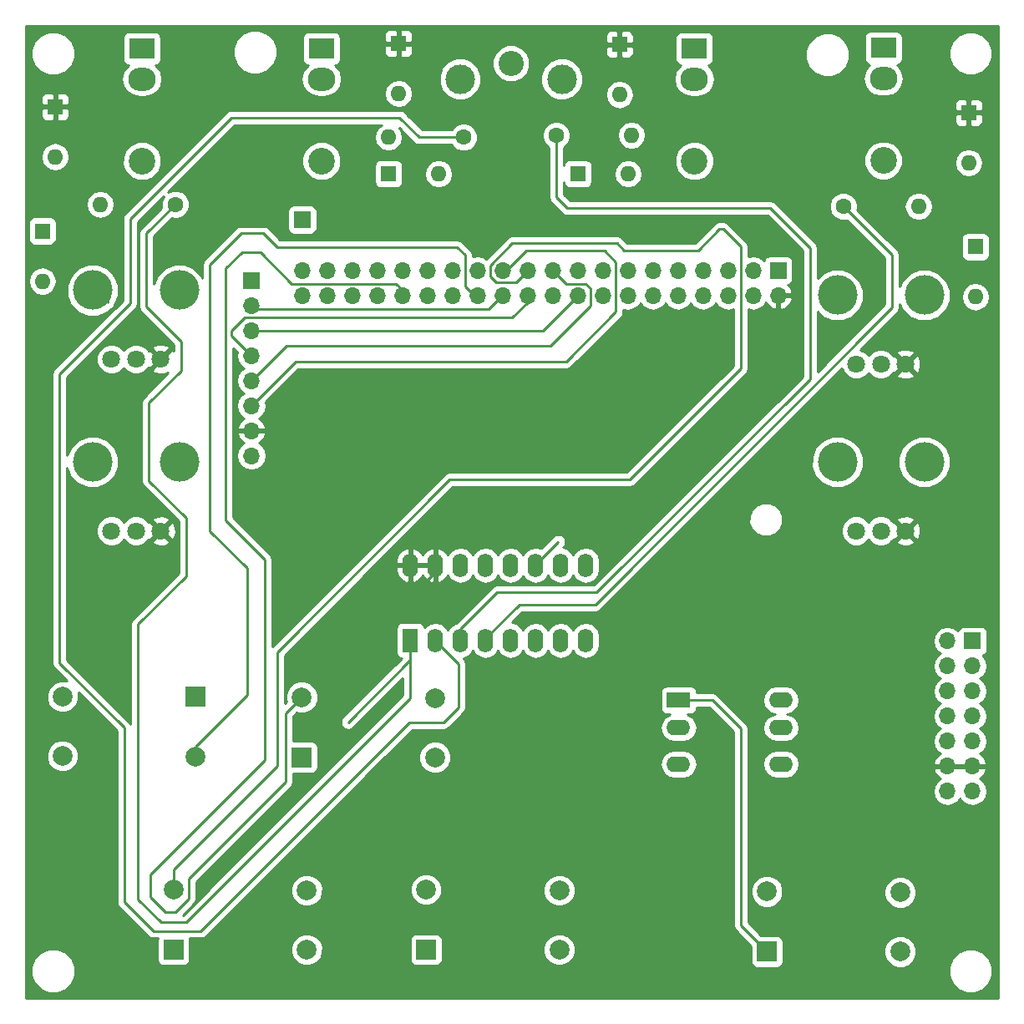
<source format=gbl>
G04 #@! TF.FileFunction,Copper,L2,Bot,Signal*
%FSLAX46Y46*%
G04 Gerber Fmt 4.6, Leading zero omitted, Abs format (unit mm)*
G04 Created by KiCad (PCBNEW 4.0.7) date 08/19/19 23:06:34*
%MOMM*%
%LPD*%
G01*
G04 APERTURE LIST*
%ADD10C,0.100000*%
%ADD11R,1.600000X1.600000*%
%ADD12O,1.600000X1.600000*%
%ADD13O,2.800000X2.350000*%
%ADD14R,2.600000X2.150000*%
%ADD15C,2.700000*%
%ADD16R,1.700000X1.700000*%
%ADD17O,1.700000X1.700000*%
%ADD18C,3.000000*%
%ADD19C,2.550000*%
%ADD20R,2.400000X1.600000*%
%ADD21O,2.400000X1.600000*%
%ADD22C,1.600000*%
%ADD23C,1.800000*%
%ADD24C,4.000000*%
%ADD25R,1.600000X2.400000*%
%ADD26O,1.600000X2.400000*%
%ADD27C,2.000000*%
%ADD28R,2.000000X2.000000*%
%ADD29C,0.600000*%
%ADD30C,0.250000*%
%ADD31C,0.254000*%
G04 APERTURE END LIST*
D10*
D11*
X108700000Y-43900000D03*
D12*
X108700000Y-48980000D03*
D11*
X107400000Y-56500000D03*
D12*
X107400000Y-61580000D03*
D11*
X143500000Y-37500000D03*
D12*
X143500000Y-42580000D03*
D11*
X142500000Y-50700000D03*
D12*
X147580000Y-50700000D03*
D11*
X165900000Y-37600000D03*
D12*
X165900000Y-42680000D03*
D11*
X161700000Y-50700000D03*
D12*
X166780000Y-50700000D03*
D11*
X201300000Y-44500000D03*
D12*
X201300000Y-49580000D03*
D11*
X202000000Y-58100000D03*
D12*
X202000000Y-63180000D03*
D13*
X117500000Y-41100000D03*
D14*
X117500000Y-38000000D03*
D15*
X117500000Y-49400000D03*
D13*
X135700000Y-41100000D03*
D14*
X135700000Y-38000000D03*
D15*
X135700000Y-49400000D03*
D13*
X173500000Y-41100000D03*
D14*
X173500000Y-38000000D03*
D15*
X173500000Y-49400000D03*
D13*
X192650000Y-41050000D03*
D14*
X192650000Y-37950000D03*
D15*
X192650000Y-49350000D03*
D16*
X128600000Y-61500000D03*
D17*
X128600000Y-64040000D03*
X128600000Y-66580000D03*
X128600000Y-69120000D03*
X128600000Y-71660000D03*
X128600000Y-74200000D03*
X128600000Y-76740000D03*
X128600000Y-79280000D03*
D16*
X133750000Y-55350000D03*
D18*
X149750000Y-41100000D03*
X160050000Y-41100000D03*
D19*
X154900000Y-39500000D03*
D16*
X182000000Y-60500000D03*
D17*
X182000000Y-63040000D03*
X179460000Y-60500000D03*
X179460000Y-63040000D03*
X176920000Y-60500000D03*
X176920000Y-63040000D03*
X174380000Y-60500000D03*
X174380000Y-63040000D03*
X171840000Y-60500000D03*
X171840000Y-63040000D03*
X169300000Y-60500000D03*
X169300000Y-63040000D03*
X166760000Y-60500000D03*
X166760000Y-63040000D03*
X164220000Y-60500000D03*
X164220000Y-63040000D03*
X161680000Y-60500000D03*
X161680000Y-63040000D03*
X159140000Y-60500000D03*
X159140000Y-63040000D03*
X156600000Y-60500000D03*
X156600000Y-63040000D03*
X154060000Y-60500000D03*
X154060000Y-63040000D03*
X151520000Y-60500000D03*
X151520000Y-63040000D03*
X148980000Y-60500000D03*
X148980000Y-63040000D03*
X146440000Y-60500000D03*
X146440000Y-63040000D03*
X143900000Y-60500000D03*
X143900000Y-63040000D03*
X141360000Y-60500000D03*
X141360000Y-63040000D03*
X138820000Y-60500000D03*
X138820000Y-63040000D03*
X136280000Y-60500000D03*
X136280000Y-63040000D03*
X133740000Y-60500000D03*
X133740000Y-63040000D03*
D20*
X171900000Y-104050000D03*
D21*
X182300000Y-110550000D03*
X171900000Y-106850000D03*
X182300000Y-106850000D03*
X171900000Y-110550000D03*
X182270000Y-104050000D03*
D22*
X120900000Y-53800000D03*
D12*
X113280000Y-53800000D03*
D22*
X150100000Y-47000000D03*
D12*
X142480000Y-47000000D03*
D22*
X159500000Y-46800000D03*
D12*
X167120000Y-46800000D03*
D22*
X188600000Y-54000000D03*
D12*
X196220000Y-54000000D03*
D23*
X114400000Y-69500000D03*
X116900000Y-69500000D03*
X119400000Y-69500000D03*
D24*
X112500000Y-62500000D03*
X121300000Y-62500000D03*
D23*
X114400000Y-86900000D03*
X116900000Y-86900000D03*
X119400000Y-86900000D03*
D24*
X112500000Y-79900000D03*
X121300000Y-79900000D03*
D23*
X189900000Y-70000000D03*
X192400000Y-70000000D03*
X194900000Y-70000000D03*
D24*
X188000000Y-63000000D03*
X196800000Y-63000000D03*
D23*
X189900000Y-86900000D03*
X192400000Y-86900000D03*
X194900000Y-86900000D03*
D24*
X188000000Y-79900000D03*
X196800000Y-79900000D03*
D25*
X144700000Y-98000000D03*
D26*
X162480000Y-90380000D03*
X147240000Y-98000000D03*
X159940000Y-90380000D03*
X149780000Y-98000000D03*
X157400000Y-90380000D03*
X152320000Y-98000000D03*
X154860000Y-90380000D03*
X154860000Y-98000000D03*
X152320000Y-90380000D03*
X157400000Y-98000000D03*
X149780000Y-90380000D03*
X159940000Y-98000000D03*
X147240000Y-90380000D03*
X162480000Y-98000000D03*
X144700000Y-90380000D03*
D16*
X201700000Y-98050000D03*
D17*
X199160000Y-98050000D03*
X201700000Y-100590000D03*
X199160000Y-100590000D03*
X201700000Y-103130000D03*
X199160000Y-103130000D03*
X201700000Y-105670000D03*
X199160000Y-105670000D03*
X201700000Y-108210000D03*
X199160000Y-108210000D03*
X201700000Y-110750000D03*
X199160000Y-110750000D03*
X201700000Y-113290000D03*
X199160000Y-113290000D03*
D27*
X122950000Y-109800000D03*
X109450000Y-109700000D03*
D28*
X122950000Y-103700000D03*
D27*
X109450000Y-103700000D03*
X120700000Y-123250000D03*
X134200000Y-123350000D03*
D28*
X120700000Y-129350000D03*
D27*
X134200000Y-129350000D03*
X133700000Y-103750000D03*
X147200000Y-103850000D03*
D28*
X133700000Y-109850000D03*
D27*
X147200000Y-109850000D03*
X146300000Y-123250000D03*
X159800000Y-123350000D03*
D28*
X146300000Y-129350000D03*
D27*
X159800000Y-129350000D03*
X180850000Y-123450000D03*
X194350000Y-123550000D03*
D28*
X180850000Y-129550000D03*
D27*
X194350000Y-129550000D03*
D29*
X142350000Y-96000000D03*
D30*
X114000000Y-63000000D02*
X114000000Y-63750000D01*
X142350000Y-96000000D02*
X147240000Y-91110000D01*
X147240000Y-91110000D02*
X147240000Y-90380000D01*
X171900000Y-104050000D02*
X175300000Y-104050000D01*
X178200000Y-126900000D02*
X180850000Y-129550000D01*
X178200000Y-106950000D02*
X178200000Y-126900000D01*
X175300000Y-104050000D02*
X178200000Y-106950000D01*
X154060000Y-63040000D02*
X154010000Y-63040000D01*
X154010000Y-63040000D02*
X152600000Y-64450000D01*
X152600000Y-64450000D02*
X129010000Y-64450000D01*
X129010000Y-64450000D02*
X128600000Y-64040000D01*
X161680000Y-63040000D02*
X161680000Y-63070000D01*
X161680000Y-63070000D02*
X158170000Y-66580000D01*
X158170000Y-66580000D02*
X128600000Y-66580000D01*
X156600000Y-63040000D02*
X156600000Y-63750000D01*
X156600000Y-63750000D02*
X155050000Y-65300000D01*
X155050000Y-65300000D02*
X127950000Y-65300000D01*
X127950000Y-65300000D02*
X126600000Y-66650000D01*
X126600000Y-66650000D02*
X126600000Y-67120000D01*
X126600000Y-67120000D02*
X128600000Y-69120000D01*
X159140000Y-60500000D02*
X159200000Y-60500000D01*
X159200000Y-60500000D02*
X160550000Y-61850000D01*
X160550000Y-61850000D02*
X162500000Y-61850000D01*
X162500000Y-61850000D02*
X162950000Y-62300000D01*
X162950000Y-62300000D02*
X162950000Y-64100000D01*
X162950000Y-64100000D02*
X158900000Y-68150000D01*
X158900000Y-68150000D02*
X132110000Y-68150000D01*
X132110000Y-68150000D02*
X128600000Y-71660000D01*
X154060000Y-60500000D02*
X154450000Y-60500000D01*
X154450000Y-60500000D02*
X156450000Y-58500000D01*
X156450000Y-58500000D02*
X164400000Y-58500000D01*
X164400000Y-58500000D02*
X165550000Y-59650000D01*
X165550000Y-59650000D02*
X165550000Y-64700000D01*
X165550000Y-64700000D02*
X160500000Y-69750000D01*
X160500000Y-69750000D02*
X133050000Y-69750000D01*
X133050000Y-69750000D02*
X128600000Y-74200000D01*
X128600000Y-74200000D02*
X128600000Y-73750000D01*
X156699000Y-91000000D02*
X159699000Y-88000000D01*
X144700000Y-98000000D02*
X144700000Y-103850000D01*
X117950000Y-56750000D02*
X120900000Y-53800000D01*
X117950000Y-64200000D02*
X117950000Y-56750000D01*
X121450000Y-67700000D02*
X117950000Y-64200000D01*
X121450000Y-70650000D02*
X121450000Y-67700000D01*
X118200000Y-73900000D02*
X121450000Y-70650000D01*
X118200000Y-81850000D02*
X118200000Y-73900000D01*
X121950000Y-85600000D02*
X118200000Y-81850000D01*
X121950000Y-91500000D02*
X121950000Y-85600000D01*
X117100000Y-96350000D02*
X121950000Y-91500000D01*
X117100000Y-124250000D02*
X117100000Y-96350000D01*
X119450000Y-126600000D02*
X117100000Y-124250000D01*
X121950000Y-126600000D02*
X119450000Y-126600000D01*
X144700000Y-103850000D02*
X121950000Y-126600000D01*
X144700000Y-98000000D02*
X144700000Y-100000000D01*
X144700000Y-100000000D02*
X138400000Y-106300000D01*
X150100000Y-47000000D02*
X145600000Y-47000000D01*
X149600000Y-100360000D02*
X147240000Y-98000000D01*
X149600000Y-104800000D02*
X149600000Y-100360000D01*
X148100000Y-106300000D02*
X149600000Y-104800000D01*
X144600000Y-106300000D02*
X148100000Y-106300000D01*
X123450000Y-127450000D02*
X144600000Y-106300000D01*
X118650000Y-127450000D02*
X123450000Y-127450000D01*
X115700000Y-124500000D02*
X118650000Y-127450000D01*
X115700000Y-106850000D02*
X115700000Y-124500000D01*
X109150000Y-100300000D02*
X115700000Y-106850000D01*
X109150000Y-71000000D02*
X109150000Y-100300000D01*
X116300000Y-63850000D02*
X109150000Y-71000000D01*
X116300000Y-55300000D02*
X116300000Y-63850000D01*
X126600000Y-45000000D02*
X116300000Y-55300000D01*
X143600000Y-45000000D02*
X126600000Y-45000000D01*
X145600000Y-47000000D02*
X143600000Y-45000000D01*
X149780000Y-98000000D02*
X149780000Y-96870000D01*
X149780000Y-96870000D02*
X153500000Y-93150000D01*
X153500000Y-93150000D02*
X163600000Y-93150000D01*
X163600000Y-93150000D02*
X185200000Y-71550000D01*
X185200000Y-71550000D02*
X185200000Y-58200000D01*
X185200000Y-58200000D02*
X181200000Y-54200000D01*
X181200000Y-54200000D02*
X160600000Y-54200000D01*
X160600000Y-54200000D02*
X159500000Y-53100000D01*
X159500000Y-53100000D02*
X159500000Y-46800000D01*
X152320000Y-98000000D02*
X152320000Y-97780000D01*
X152320000Y-97780000D02*
X155750000Y-94350000D01*
X155750000Y-94350000D02*
X163450000Y-94350000D01*
X163450000Y-94350000D02*
X193550000Y-64250000D01*
X193550000Y-64250000D02*
X193550000Y-58950000D01*
X193550000Y-58950000D02*
X188600000Y-54000000D01*
X120700000Y-123250000D02*
X120700000Y-121200000D01*
X155400000Y-61700000D02*
X156600000Y-60500000D01*
X153400000Y-61700000D02*
X155400000Y-61700000D01*
X152800000Y-61100000D02*
X153400000Y-61700000D01*
X152800000Y-60000000D02*
X152800000Y-61100000D01*
X155050000Y-57750000D02*
X152800000Y-60000000D01*
X165650000Y-57750000D02*
X155050000Y-57750000D01*
X166350000Y-58450000D02*
X165650000Y-57750000D01*
X173900000Y-58450000D02*
X166350000Y-58450000D01*
X176050000Y-56300000D02*
X173900000Y-58450000D01*
X176400000Y-56300000D02*
X176050000Y-56300000D01*
X178200000Y-58100000D02*
X176400000Y-56300000D01*
X178200000Y-70450000D02*
X178200000Y-58100000D01*
X166950000Y-81700000D02*
X178200000Y-70450000D01*
X148700000Y-81700000D02*
X166950000Y-81700000D01*
X131200000Y-99200000D02*
X148700000Y-81700000D01*
X131200000Y-110700000D02*
X131200000Y-99200000D01*
X120700000Y-121200000D02*
X131200000Y-110700000D01*
X122950000Y-109800000D02*
X122950000Y-108750000D01*
X150250000Y-62100000D02*
X151190000Y-63040000D01*
X150250000Y-58950000D02*
X150250000Y-62100000D01*
X149450000Y-58150000D02*
X150250000Y-58950000D01*
X131200000Y-58150000D02*
X149450000Y-58150000D01*
X129800000Y-56750000D02*
X131200000Y-58150000D01*
X127550000Y-56750000D02*
X129800000Y-56750000D01*
X124400000Y-59900000D02*
X127550000Y-56750000D01*
X124400000Y-86900000D02*
X124400000Y-59900000D01*
X128150000Y-90650000D02*
X124400000Y-86900000D01*
X128150000Y-103550000D02*
X128150000Y-90650000D01*
X122950000Y-108750000D02*
X128150000Y-103550000D01*
X151190000Y-63040000D02*
X151520000Y-63040000D01*
X143900000Y-63040000D02*
X143900000Y-62500000D01*
X143900000Y-62500000D02*
X143250000Y-61850000D01*
X143250000Y-61850000D02*
X132700000Y-61850000D01*
X132700000Y-61850000D02*
X129500000Y-58650000D01*
X129500000Y-58650000D02*
X127650000Y-58650000D01*
X127650000Y-58650000D02*
X126000000Y-60300000D01*
X126000000Y-60300000D02*
X126000000Y-85850000D01*
X126000000Y-85850000D02*
X129950000Y-89800000D01*
X129950000Y-89800000D02*
X129950000Y-110100000D01*
X129950000Y-110100000D02*
X118350000Y-121700000D01*
X118350000Y-121700000D02*
X118350000Y-124050000D01*
X118350000Y-124050000D02*
X119850000Y-125550000D01*
X119850000Y-125550000D02*
X120850000Y-125550000D01*
X120850000Y-125550000D02*
X122250000Y-124150000D01*
X122250000Y-124150000D02*
X122250000Y-122150000D01*
X122250000Y-122150000D02*
X132050000Y-112350000D01*
X132050000Y-112350000D02*
X132050000Y-105400000D01*
X132050000Y-105400000D02*
X133700000Y-103750000D01*
D31*
G36*
X204290000Y-134290000D02*
X105710000Y-134290000D01*
X105710000Y-131942619D01*
X106264613Y-131942619D01*
X106604155Y-132764372D01*
X107232321Y-133393636D01*
X108053481Y-133734611D01*
X108942619Y-133735387D01*
X109764372Y-133395845D01*
X110393636Y-132767679D01*
X110734611Y-131946519D01*
X110734614Y-131942619D01*
X199264613Y-131942619D01*
X199604155Y-132764372D01*
X200232321Y-133393636D01*
X201053481Y-133734611D01*
X201942619Y-133735387D01*
X202764372Y-133395845D01*
X203393636Y-132767679D01*
X203734611Y-131946519D01*
X203735387Y-131057381D01*
X203395845Y-130235628D01*
X202767679Y-129606364D01*
X201946519Y-129265389D01*
X201057381Y-129264613D01*
X200235628Y-129604155D01*
X199606364Y-130232321D01*
X199265389Y-131053481D01*
X199264613Y-131942619D01*
X110734614Y-131942619D01*
X110735387Y-131057381D01*
X110395845Y-130235628D01*
X109767679Y-129606364D01*
X108946519Y-129265389D01*
X108057381Y-129264613D01*
X107235628Y-129604155D01*
X106606364Y-130232321D01*
X106265389Y-131053481D01*
X106264613Y-131942619D01*
X105710000Y-131942619D01*
X105710000Y-110023795D01*
X107814716Y-110023795D01*
X108063106Y-110624943D01*
X108522637Y-111085278D01*
X109123352Y-111334716D01*
X109773795Y-111335284D01*
X110374943Y-111086894D01*
X110835278Y-110627363D01*
X111084716Y-110026648D01*
X111085284Y-109376205D01*
X110836894Y-108775057D01*
X110377363Y-108314722D01*
X109776648Y-108065284D01*
X109126205Y-108064716D01*
X108525057Y-108313106D01*
X108064722Y-108772637D01*
X107815284Y-109373352D01*
X107814716Y-110023795D01*
X105710000Y-110023795D01*
X105710000Y-104023795D01*
X107814716Y-104023795D01*
X108063106Y-104624943D01*
X108522637Y-105085278D01*
X109123352Y-105334716D01*
X109773795Y-105335284D01*
X110374943Y-105086894D01*
X110835278Y-104627363D01*
X111084716Y-104026648D01*
X111085284Y-103376205D01*
X111038727Y-103263529D01*
X114940000Y-107164802D01*
X114940000Y-124500000D01*
X114997852Y-124790839D01*
X115162599Y-125037401D01*
X118112599Y-127987401D01*
X118359161Y-128152148D01*
X118650000Y-128210000D01*
X119080911Y-128210000D01*
X119052560Y-128350000D01*
X119052560Y-130350000D01*
X119096838Y-130585317D01*
X119235910Y-130801441D01*
X119448110Y-130946431D01*
X119700000Y-130997440D01*
X121700000Y-130997440D01*
X121935317Y-130953162D01*
X122151441Y-130814090D01*
X122296431Y-130601890D01*
X122347440Y-130350000D01*
X122347440Y-129673795D01*
X132564716Y-129673795D01*
X132813106Y-130274943D01*
X133272637Y-130735278D01*
X133873352Y-130984716D01*
X134523795Y-130985284D01*
X135124943Y-130736894D01*
X135585278Y-130277363D01*
X135834716Y-129676648D01*
X135835284Y-129026205D01*
X135586894Y-128425057D01*
X135511969Y-128350000D01*
X144652560Y-128350000D01*
X144652560Y-130350000D01*
X144696838Y-130585317D01*
X144835910Y-130801441D01*
X145048110Y-130946431D01*
X145300000Y-130997440D01*
X147300000Y-130997440D01*
X147535317Y-130953162D01*
X147751441Y-130814090D01*
X147896431Y-130601890D01*
X147947440Y-130350000D01*
X147947440Y-129673795D01*
X158164716Y-129673795D01*
X158413106Y-130274943D01*
X158872637Y-130735278D01*
X159473352Y-130984716D01*
X160123795Y-130985284D01*
X160724943Y-130736894D01*
X161185278Y-130277363D01*
X161434716Y-129676648D01*
X161435284Y-129026205D01*
X161186894Y-128425057D01*
X160727363Y-127964722D01*
X160126648Y-127715284D01*
X159476205Y-127714716D01*
X158875057Y-127963106D01*
X158414722Y-128422637D01*
X158165284Y-129023352D01*
X158164716Y-129673795D01*
X147947440Y-129673795D01*
X147947440Y-128350000D01*
X147903162Y-128114683D01*
X147764090Y-127898559D01*
X147551890Y-127753569D01*
X147300000Y-127702560D01*
X145300000Y-127702560D01*
X145064683Y-127746838D01*
X144848559Y-127885910D01*
X144703569Y-128098110D01*
X144652560Y-128350000D01*
X135511969Y-128350000D01*
X135127363Y-127964722D01*
X134526648Y-127715284D01*
X133876205Y-127714716D01*
X133275057Y-127963106D01*
X132814722Y-128422637D01*
X132565284Y-129023352D01*
X132564716Y-129673795D01*
X122347440Y-129673795D01*
X122347440Y-128350000D01*
X122321097Y-128210000D01*
X123450000Y-128210000D01*
X123740839Y-128152148D01*
X123987401Y-127987401D01*
X128301007Y-123673795D01*
X132564716Y-123673795D01*
X132813106Y-124274943D01*
X133272637Y-124735278D01*
X133873352Y-124984716D01*
X134523795Y-124985284D01*
X135124943Y-124736894D01*
X135585278Y-124277363D01*
X135834716Y-123676648D01*
X135834805Y-123573795D01*
X144664716Y-123573795D01*
X144913106Y-124174943D01*
X145372637Y-124635278D01*
X145973352Y-124884716D01*
X146623795Y-124885284D01*
X147224943Y-124636894D01*
X147685278Y-124177363D01*
X147894377Y-123673795D01*
X158164716Y-123673795D01*
X158413106Y-124274943D01*
X158872637Y-124735278D01*
X159473352Y-124984716D01*
X160123795Y-124985284D01*
X160724943Y-124736894D01*
X161185278Y-124277363D01*
X161434716Y-123676648D01*
X161435284Y-123026205D01*
X161186894Y-122425057D01*
X160727363Y-121964722D01*
X160126648Y-121715284D01*
X159476205Y-121714716D01*
X158875057Y-121963106D01*
X158414722Y-122422637D01*
X158165284Y-123023352D01*
X158164716Y-123673795D01*
X147894377Y-123673795D01*
X147934716Y-123576648D01*
X147935284Y-122926205D01*
X147686894Y-122325057D01*
X147227363Y-121864722D01*
X146626648Y-121615284D01*
X145976205Y-121614716D01*
X145375057Y-121863106D01*
X144914722Y-122322637D01*
X144665284Y-122923352D01*
X144664716Y-123573795D01*
X135834805Y-123573795D01*
X135835284Y-123026205D01*
X135586894Y-122425057D01*
X135127363Y-121964722D01*
X134526648Y-121715284D01*
X133876205Y-121714716D01*
X133275057Y-121963106D01*
X132814722Y-122422637D01*
X132565284Y-123023352D01*
X132564716Y-123673795D01*
X128301007Y-123673795D01*
X141801007Y-110173795D01*
X145564716Y-110173795D01*
X145813106Y-110774943D01*
X146272637Y-111235278D01*
X146873352Y-111484716D01*
X147523795Y-111485284D01*
X148124943Y-111236894D01*
X148585278Y-110777363D01*
X148679687Y-110550000D01*
X170029050Y-110550000D01*
X170138283Y-111099151D01*
X170449352Y-111564698D01*
X170914899Y-111875767D01*
X171464050Y-111985000D01*
X172335950Y-111985000D01*
X172885101Y-111875767D01*
X173350648Y-111564698D01*
X173661717Y-111099151D01*
X173770950Y-110550000D01*
X173661717Y-110000849D01*
X173350648Y-109535302D01*
X172885101Y-109224233D01*
X172335950Y-109115000D01*
X171464050Y-109115000D01*
X170914899Y-109224233D01*
X170449352Y-109535302D01*
X170138283Y-110000849D01*
X170029050Y-110550000D01*
X148679687Y-110550000D01*
X148834716Y-110176648D01*
X148835284Y-109526205D01*
X148586894Y-108925057D01*
X148127363Y-108464722D01*
X147526648Y-108215284D01*
X146876205Y-108214716D01*
X146275057Y-108463106D01*
X145814722Y-108922637D01*
X145565284Y-109523352D01*
X145564716Y-110173795D01*
X141801007Y-110173795D01*
X144914802Y-107060000D01*
X148100000Y-107060000D01*
X148390839Y-107002148D01*
X148618545Y-106850000D01*
X170029050Y-106850000D01*
X170138283Y-107399151D01*
X170449352Y-107864698D01*
X170914899Y-108175767D01*
X171464050Y-108285000D01*
X172335950Y-108285000D01*
X172885101Y-108175767D01*
X173350648Y-107864698D01*
X173661717Y-107399151D01*
X173770950Y-106850000D01*
X173661717Y-106300849D01*
X173350648Y-105835302D01*
X172885101Y-105524233D01*
X172750404Y-105497440D01*
X173100000Y-105497440D01*
X173335317Y-105453162D01*
X173551441Y-105314090D01*
X173696431Y-105101890D01*
X173747440Y-104850000D01*
X173747440Y-104810000D01*
X174985198Y-104810000D01*
X177440000Y-107264802D01*
X177440000Y-126900000D01*
X177497852Y-127190839D01*
X177662599Y-127437401D01*
X179202560Y-128977362D01*
X179202560Y-130550000D01*
X179246838Y-130785317D01*
X179385910Y-131001441D01*
X179598110Y-131146431D01*
X179850000Y-131197440D01*
X181850000Y-131197440D01*
X182085317Y-131153162D01*
X182301441Y-131014090D01*
X182446431Y-130801890D01*
X182497440Y-130550000D01*
X182497440Y-129873795D01*
X192714716Y-129873795D01*
X192963106Y-130474943D01*
X193422637Y-130935278D01*
X194023352Y-131184716D01*
X194673795Y-131185284D01*
X195274943Y-130936894D01*
X195735278Y-130477363D01*
X195984716Y-129876648D01*
X195985284Y-129226205D01*
X195736894Y-128625057D01*
X195277363Y-128164722D01*
X194676648Y-127915284D01*
X194026205Y-127914716D01*
X193425057Y-128163106D01*
X192964722Y-128622637D01*
X192715284Y-129223352D01*
X192714716Y-129873795D01*
X182497440Y-129873795D01*
X182497440Y-128550000D01*
X182453162Y-128314683D01*
X182314090Y-128098559D01*
X182101890Y-127953569D01*
X181850000Y-127902560D01*
X180277362Y-127902560D01*
X178960000Y-126585198D01*
X178960000Y-123773795D01*
X179214716Y-123773795D01*
X179463106Y-124374943D01*
X179922637Y-124835278D01*
X180523352Y-125084716D01*
X181173795Y-125085284D01*
X181774943Y-124836894D01*
X182235278Y-124377363D01*
X182444377Y-123873795D01*
X192714716Y-123873795D01*
X192963106Y-124474943D01*
X193422637Y-124935278D01*
X194023352Y-125184716D01*
X194673795Y-125185284D01*
X195274943Y-124936894D01*
X195735278Y-124477363D01*
X195984716Y-123876648D01*
X195985284Y-123226205D01*
X195736894Y-122625057D01*
X195277363Y-122164722D01*
X194676648Y-121915284D01*
X194026205Y-121914716D01*
X193425057Y-122163106D01*
X192964722Y-122622637D01*
X192715284Y-123223352D01*
X192714716Y-123873795D01*
X182444377Y-123873795D01*
X182484716Y-123776648D01*
X182485284Y-123126205D01*
X182236894Y-122525057D01*
X181777363Y-122064722D01*
X181176648Y-121815284D01*
X180526205Y-121814716D01*
X179925057Y-122063106D01*
X179464722Y-122522637D01*
X179215284Y-123123352D01*
X179214716Y-123773795D01*
X178960000Y-123773795D01*
X178960000Y-113290000D01*
X197645907Y-113290000D01*
X197758946Y-113858285D01*
X198080853Y-114340054D01*
X198562622Y-114661961D01*
X199130907Y-114775000D01*
X199189093Y-114775000D01*
X199757378Y-114661961D01*
X200239147Y-114340054D01*
X200430000Y-114054422D01*
X200620853Y-114340054D01*
X201102622Y-114661961D01*
X201670907Y-114775000D01*
X201729093Y-114775000D01*
X202297378Y-114661961D01*
X202779147Y-114340054D01*
X203101054Y-113858285D01*
X203214093Y-113290000D01*
X203101054Y-112721715D01*
X202779147Y-112239946D01*
X202438447Y-112012298D01*
X202581358Y-111945183D01*
X202971645Y-111516924D01*
X203141476Y-111106890D01*
X203020155Y-110877000D01*
X201827000Y-110877000D01*
X201827000Y-110897000D01*
X201573000Y-110897000D01*
X201573000Y-110877000D01*
X199287000Y-110877000D01*
X199287000Y-110897000D01*
X199033000Y-110897000D01*
X199033000Y-110877000D01*
X197839845Y-110877000D01*
X197718524Y-111106890D01*
X197888355Y-111516924D01*
X198278642Y-111945183D01*
X198421553Y-112012298D01*
X198080853Y-112239946D01*
X197758946Y-112721715D01*
X197645907Y-113290000D01*
X178960000Y-113290000D01*
X178960000Y-110550000D01*
X180429050Y-110550000D01*
X180538283Y-111099151D01*
X180849352Y-111564698D01*
X181314899Y-111875767D01*
X181864050Y-111985000D01*
X182735950Y-111985000D01*
X183285101Y-111875767D01*
X183750648Y-111564698D01*
X184061717Y-111099151D01*
X184170950Y-110550000D01*
X184061717Y-110000849D01*
X183750648Y-109535302D01*
X183285101Y-109224233D01*
X182735950Y-109115000D01*
X181864050Y-109115000D01*
X181314899Y-109224233D01*
X180849352Y-109535302D01*
X180538283Y-110000849D01*
X180429050Y-110550000D01*
X178960000Y-110550000D01*
X178960000Y-106950000D01*
X178937729Y-106838039D01*
X178902148Y-106659160D01*
X178737401Y-106412599D01*
X176374802Y-104050000D01*
X180399050Y-104050000D01*
X180508283Y-104599151D01*
X180819352Y-105064698D01*
X181284899Y-105375767D01*
X181673093Y-105452984D01*
X181314899Y-105524233D01*
X180849352Y-105835302D01*
X180538283Y-106300849D01*
X180429050Y-106850000D01*
X180538283Y-107399151D01*
X180849352Y-107864698D01*
X181314899Y-108175767D01*
X181864050Y-108285000D01*
X182735950Y-108285000D01*
X183285101Y-108175767D01*
X183750648Y-107864698D01*
X184061717Y-107399151D01*
X184170950Y-106850000D01*
X184061717Y-106300849D01*
X183750648Y-105835302D01*
X183285101Y-105524233D01*
X182896907Y-105447016D01*
X183255101Y-105375767D01*
X183720648Y-105064698D01*
X184031717Y-104599151D01*
X184140950Y-104050000D01*
X184031717Y-103500849D01*
X183720648Y-103035302D01*
X183255101Y-102724233D01*
X182705950Y-102615000D01*
X181834050Y-102615000D01*
X181284899Y-102724233D01*
X180819352Y-103035302D01*
X180508283Y-103500849D01*
X180399050Y-104050000D01*
X176374802Y-104050000D01*
X175837401Y-103512599D01*
X175590839Y-103347852D01*
X175300000Y-103290000D01*
X173747440Y-103290000D01*
X173747440Y-103250000D01*
X173703162Y-103014683D01*
X173564090Y-102798559D01*
X173351890Y-102653569D01*
X173100000Y-102602560D01*
X170700000Y-102602560D01*
X170464683Y-102646838D01*
X170248559Y-102785910D01*
X170103569Y-102998110D01*
X170052560Y-103250000D01*
X170052560Y-104850000D01*
X170096838Y-105085317D01*
X170235910Y-105301441D01*
X170448110Y-105446431D01*
X170700000Y-105497440D01*
X171049596Y-105497440D01*
X170914899Y-105524233D01*
X170449352Y-105835302D01*
X170138283Y-106300849D01*
X170029050Y-106850000D01*
X148618545Y-106850000D01*
X148637401Y-106837401D01*
X150137401Y-105337401D01*
X150302148Y-105090840D01*
X150360000Y-104800000D01*
X150360000Y-100360000D01*
X150302148Y-100069161D01*
X150137401Y-99822599D01*
X150118433Y-99803631D01*
X150329151Y-99761717D01*
X150794698Y-99450648D01*
X151050000Y-99068562D01*
X151305302Y-99450648D01*
X151770849Y-99761717D01*
X152320000Y-99870950D01*
X152869151Y-99761717D01*
X153334698Y-99450648D01*
X153590000Y-99068562D01*
X153845302Y-99450648D01*
X154310849Y-99761717D01*
X154860000Y-99870950D01*
X155409151Y-99761717D01*
X155874698Y-99450648D01*
X156130000Y-99068562D01*
X156385302Y-99450648D01*
X156850849Y-99761717D01*
X157400000Y-99870950D01*
X157949151Y-99761717D01*
X158414698Y-99450648D01*
X158670000Y-99068562D01*
X158925302Y-99450648D01*
X159390849Y-99761717D01*
X159940000Y-99870950D01*
X160489151Y-99761717D01*
X160954698Y-99450648D01*
X161210000Y-99068562D01*
X161465302Y-99450648D01*
X161930849Y-99761717D01*
X162480000Y-99870950D01*
X163029151Y-99761717D01*
X163494698Y-99450648D01*
X163805767Y-98985101D01*
X163915000Y-98435950D01*
X163915000Y-98050000D01*
X197645907Y-98050000D01*
X197758946Y-98618285D01*
X198080853Y-99100054D01*
X198410026Y-99320000D01*
X198080853Y-99539946D01*
X197758946Y-100021715D01*
X197645907Y-100590000D01*
X197758946Y-101158285D01*
X198080853Y-101640054D01*
X198410026Y-101860000D01*
X198080853Y-102079946D01*
X197758946Y-102561715D01*
X197645907Y-103130000D01*
X197758946Y-103698285D01*
X198080853Y-104180054D01*
X198410026Y-104400000D01*
X198080853Y-104619946D01*
X197758946Y-105101715D01*
X197645907Y-105670000D01*
X197758946Y-106238285D01*
X198080853Y-106720054D01*
X198410026Y-106940000D01*
X198080853Y-107159946D01*
X197758946Y-107641715D01*
X197645907Y-108210000D01*
X197758946Y-108778285D01*
X198080853Y-109260054D01*
X198421553Y-109487702D01*
X198278642Y-109554817D01*
X197888355Y-109983076D01*
X197718524Y-110393110D01*
X197839845Y-110623000D01*
X199033000Y-110623000D01*
X199033000Y-110603000D01*
X199287000Y-110603000D01*
X199287000Y-110623000D01*
X201573000Y-110623000D01*
X201573000Y-110603000D01*
X201827000Y-110603000D01*
X201827000Y-110623000D01*
X203020155Y-110623000D01*
X203141476Y-110393110D01*
X202971645Y-109983076D01*
X202581358Y-109554817D01*
X202438447Y-109487702D01*
X202779147Y-109260054D01*
X203101054Y-108778285D01*
X203214093Y-108210000D01*
X203101054Y-107641715D01*
X202779147Y-107159946D01*
X202449974Y-106940000D01*
X202779147Y-106720054D01*
X203101054Y-106238285D01*
X203214093Y-105670000D01*
X203101054Y-105101715D01*
X202779147Y-104619946D01*
X202449974Y-104400000D01*
X202779147Y-104180054D01*
X203101054Y-103698285D01*
X203214093Y-103130000D01*
X203101054Y-102561715D01*
X202779147Y-102079946D01*
X202449974Y-101860000D01*
X202779147Y-101640054D01*
X203101054Y-101158285D01*
X203214093Y-100590000D01*
X203101054Y-100021715D01*
X202779147Y-99539946D01*
X202737548Y-99512150D01*
X202785317Y-99503162D01*
X203001441Y-99364090D01*
X203146431Y-99151890D01*
X203197440Y-98900000D01*
X203197440Y-97200000D01*
X203153162Y-96964683D01*
X203014090Y-96748559D01*
X202801890Y-96603569D01*
X202550000Y-96552560D01*
X200850000Y-96552560D01*
X200614683Y-96596838D01*
X200398559Y-96735910D01*
X200253569Y-96948110D01*
X200242159Y-97004454D01*
X200239147Y-96999946D01*
X199757378Y-96678039D01*
X199189093Y-96565000D01*
X199130907Y-96565000D01*
X198562622Y-96678039D01*
X198080853Y-96999946D01*
X197758946Y-97481715D01*
X197645907Y-98050000D01*
X163915000Y-98050000D01*
X163915000Y-97564050D01*
X163805767Y-97014899D01*
X163494698Y-96549352D01*
X163029151Y-96238283D01*
X162480000Y-96129050D01*
X161930849Y-96238283D01*
X161465302Y-96549352D01*
X161210000Y-96931438D01*
X160954698Y-96549352D01*
X160489151Y-96238283D01*
X159940000Y-96129050D01*
X159390849Y-96238283D01*
X158925302Y-96549352D01*
X158670000Y-96931438D01*
X158414698Y-96549352D01*
X157949151Y-96238283D01*
X157400000Y-96129050D01*
X156850849Y-96238283D01*
X156385302Y-96549352D01*
X156130000Y-96931438D01*
X155874698Y-96549352D01*
X155409151Y-96238283D01*
X155014934Y-96159868D01*
X156064802Y-95110000D01*
X163450000Y-95110000D01*
X163740839Y-95052148D01*
X163987401Y-94887401D01*
X172781203Y-86093599D01*
X179014699Y-86093599D01*
X179278281Y-86731515D01*
X179765918Y-87220004D01*
X180403373Y-87484699D01*
X181093599Y-87485301D01*
X181731515Y-87221719D01*
X181749273Y-87203991D01*
X188364735Y-87203991D01*
X188597932Y-87768371D01*
X189029357Y-88200551D01*
X189593330Y-88434733D01*
X190203991Y-88435265D01*
X190768371Y-88202068D01*
X191150288Y-87820818D01*
X191529357Y-88200551D01*
X192093330Y-88434733D01*
X192703991Y-88435265D01*
X193268371Y-88202068D01*
X193490668Y-87980159D01*
X193999446Y-87980159D01*
X194085852Y-88236643D01*
X194659336Y-88446458D01*
X195269460Y-88420839D01*
X195714148Y-88236643D01*
X195800554Y-87980159D01*
X194900000Y-87079605D01*
X193999446Y-87980159D01*
X193490668Y-87980159D01*
X193700551Y-87770643D01*
X193704294Y-87761628D01*
X193819841Y-87800554D01*
X194720395Y-86900000D01*
X195079605Y-86900000D01*
X195980159Y-87800554D01*
X196236643Y-87714148D01*
X196446458Y-87140664D01*
X196420839Y-86530540D01*
X196236643Y-86085852D01*
X195980159Y-85999446D01*
X195079605Y-86900000D01*
X194720395Y-86900000D01*
X193819841Y-85999446D01*
X193704786Y-86038207D01*
X193702068Y-86031629D01*
X193490650Y-85819841D01*
X193999446Y-85819841D01*
X194900000Y-86720395D01*
X195800554Y-85819841D01*
X195714148Y-85563357D01*
X195140664Y-85353542D01*
X194530540Y-85379161D01*
X194085852Y-85563357D01*
X193999446Y-85819841D01*
X193490650Y-85819841D01*
X193270643Y-85599449D01*
X192706670Y-85365267D01*
X192096009Y-85364735D01*
X191531629Y-85597932D01*
X191149712Y-85979182D01*
X190770643Y-85599449D01*
X190206670Y-85365267D01*
X189596009Y-85364735D01*
X189031629Y-85597932D01*
X188599449Y-86029357D01*
X188365267Y-86593330D01*
X188364735Y-87203991D01*
X181749273Y-87203991D01*
X182220004Y-86734082D01*
X182484699Y-86096627D01*
X182485301Y-85406401D01*
X182221719Y-84768485D01*
X181734082Y-84279996D01*
X181096627Y-84015301D01*
X180406401Y-84014699D01*
X179768485Y-84278281D01*
X179279996Y-84765918D01*
X179015301Y-85403373D01*
X179014699Y-86093599D01*
X172781203Y-86093599D01*
X178452968Y-80421834D01*
X185364543Y-80421834D01*
X185764853Y-81390658D01*
X186505443Y-82132542D01*
X187473567Y-82534542D01*
X188521834Y-82535457D01*
X189490658Y-82135147D01*
X190232542Y-81394557D01*
X190634542Y-80426433D01*
X190634546Y-80421834D01*
X194164543Y-80421834D01*
X194564853Y-81390658D01*
X195305443Y-82132542D01*
X196273567Y-82534542D01*
X197321834Y-82535457D01*
X198290658Y-82135147D01*
X199032542Y-81394557D01*
X199434542Y-80426433D01*
X199435457Y-79378166D01*
X199035147Y-78409342D01*
X198294557Y-77667458D01*
X197326433Y-77265458D01*
X196278166Y-77264543D01*
X195309342Y-77664853D01*
X194567458Y-78405443D01*
X194165458Y-79373567D01*
X194164543Y-80421834D01*
X190634546Y-80421834D01*
X190635457Y-79378166D01*
X190235147Y-78409342D01*
X189494557Y-77667458D01*
X188526433Y-77265458D01*
X187478166Y-77264543D01*
X186509342Y-77664853D01*
X185767458Y-78405443D01*
X185365458Y-79373567D01*
X185364543Y-80421834D01*
X178452968Y-80421834D01*
X188424988Y-70449814D01*
X188597932Y-70868371D01*
X189029357Y-71300551D01*
X189593330Y-71534733D01*
X190203991Y-71535265D01*
X190768371Y-71302068D01*
X191150288Y-70920818D01*
X191529357Y-71300551D01*
X192093330Y-71534733D01*
X192703991Y-71535265D01*
X193268371Y-71302068D01*
X193490668Y-71080159D01*
X193999446Y-71080159D01*
X194085852Y-71336643D01*
X194659336Y-71546458D01*
X195269460Y-71520839D01*
X195714148Y-71336643D01*
X195800554Y-71080159D01*
X194900000Y-70179605D01*
X193999446Y-71080159D01*
X193490668Y-71080159D01*
X193700551Y-70870643D01*
X193704294Y-70861628D01*
X193819841Y-70900554D01*
X194720395Y-70000000D01*
X195079605Y-70000000D01*
X195980159Y-70900554D01*
X196236643Y-70814148D01*
X196446458Y-70240664D01*
X196420839Y-69630540D01*
X196236643Y-69185852D01*
X195980159Y-69099446D01*
X195079605Y-70000000D01*
X194720395Y-70000000D01*
X193819841Y-69099446D01*
X193704786Y-69138207D01*
X193702068Y-69131629D01*
X193490650Y-68919841D01*
X193999446Y-68919841D01*
X194900000Y-69820395D01*
X195800554Y-68919841D01*
X195714148Y-68663357D01*
X195140664Y-68453542D01*
X194530540Y-68479161D01*
X194085852Y-68663357D01*
X193999446Y-68919841D01*
X193490650Y-68919841D01*
X193270643Y-68699449D01*
X192706670Y-68465267D01*
X192096009Y-68464735D01*
X191531629Y-68697932D01*
X191149712Y-69079182D01*
X190770643Y-68699449D01*
X190350014Y-68524788D01*
X194087401Y-64787401D01*
X194252148Y-64540840D01*
X194310000Y-64250000D01*
X194310000Y-63873867D01*
X194564853Y-64490658D01*
X195305443Y-65232542D01*
X196273567Y-65634542D01*
X197321834Y-65635457D01*
X198290658Y-65235147D01*
X199032542Y-64494557D01*
X199434542Y-63526433D01*
X199434868Y-63151887D01*
X200565000Y-63151887D01*
X200565000Y-63208113D01*
X200674233Y-63757264D01*
X200985302Y-64222811D01*
X201450849Y-64533880D01*
X202000000Y-64643113D01*
X202549151Y-64533880D01*
X203014698Y-64222811D01*
X203325767Y-63757264D01*
X203435000Y-63208113D01*
X203435000Y-63151887D01*
X203325767Y-62602736D01*
X203014698Y-62137189D01*
X202549151Y-61826120D01*
X202000000Y-61716887D01*
X201450849Y-61826120D01*
X200985302Y-62137189D01*
X200674233Y-62602736D01*
X200565000Y-63151887D01*
X199434868Y-63151887D01*
X199435457Y-62478166D01*
X199035147Y-61509342D01*
X198294557Y-60767458D01*
X197326433Y-60365458D01*
X196278166Y-60364543D01*
X195309342Y-60764853D01*
X194567458Y-61505443D01*
X194310000Y-62125471D01*
X194310000Y-58950000D01*
X194252148Y-58659161D01*
X194087401Y-58412599D01*
X192974802Y-57300000D01*
X200552560Y-57300000D01*
X200552560Y-58900000D01*
X200596838Y-59135317D01*
X200735910Y-59351441D01*
X200948110Y-59496431D01*
X201200000Y-59547440D01*
X202800000Y-59547440D01*
X203035317Y-59503162D01*
X203251441Y-59364090D01*
X203396431Y-59151890D01*
X203447440Y-58900000D01*
X203447440Y-57300000D01*
X203403162Y-57064683D01*
X203264090Y-56848559D01*
X203051890Y-56703569D01*
X202800000Y-56652560D01*
X201200000Y-56652560D01*
X200964683Y-56696838D01*
X200748559Y-56835910D01*
X200603569Y-57048110D01*
X200552560Y-57300000D01*
X192974802Y-57300000D01*
X190013256Y-54338454D01*
X190034750Y-54286691D01*
X190035000Y-54000000D01*
X194756887Y-54000000D01*
X194866120Y-54549151D01*
X195177189Y-55014698D01*
X195642736Y-55325767D01*
X196191887Y-55435000D01*
X196248113Y-55435000D01*
X196797264Y-55325767D01*
X197262811Y-55014698D01*
X197573880Y-54549151D01*
X197683113Y-54000000D01*
X197573880Y-53450849D01*
X197262811Y-52985302D01*
X196797264Y-52674233D01*
X196248113Y-52565000D01*
X196191887Y-52565000D01*
X195642736Y-52674233D01*
X195177189Y-52985302D01*
X194866120Y-53450849D01*
X194756887Y-54000000D01*
X190035000Y-54000000D01*
X190035248Y-53715813D01*
X189817243Y-53188200D01*
X189413923Y-52784176D01*
X188886691Y-52565250D01*
X188315813Y-52564752D01*
X187788200Y-52782757D01*
X187384176Y-53186077D01*
X187165250Y-53713309D01*
X187164752Y-54284187D01*
X187382757Y-54811800D01*
X187786077Y-55215824D01*
X188313309Y-55434750D01*
X188884187Y-55435248D01*
X188938149Y-55412951D01*
X192790000Y-59264802D01*
X192790000Y-63935198D01*
X185960000Y-70765198D01*
X185960000Y-64686146D01*
X186505443Y-65232542D01*
X187473567Y-65634542D01*
X188521834Y-65635457D01*
X189490658Y-65235147D01*
X190232542Y-64494557D01*
X190634542Y-63526433D01*
X190635457Y-62478166D01*
X190235147Y-61509342D01*
X189494557Y-60767458D01*
X188526433Y-60365458D01*
X187478166Y-60364543D01*
X186509342Y-60764853D01*
X185960000Y-61313237D01*
X185960000Y-58200000D01*
X185902148Y-57909161D01*
X185902148Y-57909160D01*
X185737401Y-57662599D01*
X181737401Y-53662599D01*
X181490839Y-53497852D01*
X181200000Y-53440000D01*
X160914802Y-53440000D01*
X160260000Y-52785198D01*
X160260000Y-51539540D01*
X160296838Y-51735317D01*
X160435910Y-51951441D01*
X160648110Y-52096431D01*
X160900000Y-52147440D01*
X162500000Y-52147440D01*
X162735317Y-52103162D01*
X162951441Y-51964090D01*
X163096431Y-51751890D01*
X163147440Y-51500000D01*
X163147440Y-50700000D01*
X165316887Y-50700000D01*
X165426120Y-51249151D01*
X165737189Y-51714698D01*
X166202736Y-52025767D01*
X166751887Y-52135000D01*
X166808113Y-52135000D01*
X167357264Y-52025767D01*
X167822811Y-51714698D01*
X168133880Y-51249151D01*
X168243113Y-50700000D01*
X168133880Y-50150849D01*
X167894846Y-49793109D01*
X171514657Y-49793109D01*
X171816218Y-50522943D01*
X172374120Y-51081819D01*
X173103427Y-51384654D01*
X173893109Y-51385343D01*
X174622943Y-51083782D01*
X175181819Y-50525880D01*
X175484654Y-49796573D01*
X175484700Y-49743109D01*
X190664657Y-49743109D01*
X190966218Y-50472943D01*
X191524120Y-51031819D01*
X192253427Y-51334654D01*
X193043109Y-51335343D01*
X193772943Y-51033782D01*
X194331819Y-50475880D01*
X194634654Y-49746573D01*
X194634823Y-49551887D01*
X199865000Y-49551887D01*
X199865000Y-49608113D01*
X199974233Y-50157264D01*
X200285302Y-50622811D01*
X200750849Y-50933880D01*
X201300000Y-51043113D01*
X201849151Y-50933880D01*
X202314698Y-50622811D01*
X202625767Y-50157264D01*
X202735000Y-49608113D01*
X202735000Y-49551887D01*
X202625767Y-49002736D01*
X202314698Y-48537189D01*
X201849151Y-48226120D01*
X201300000Y-48116887D01*
X200750849Y-48226120D01*
X200285302Y-48537189D01*
X199974233Y-49002736D01*
X199865000Y-49551887D01*
X194634823Y-49551887D01*
X194635343Y-48956891D01*
X194333782Y-48227057D01*
X193775880Y-47668181D01*
X193046573Y-47365346D01*
X192256891Y-47364657D01*
X191527057Y-47666218D01*
X190968181Y-48224120D01*
X190665346Y-48953427D01*
X190664657Y-49743109D01*
X175484700Y-49743109D01*
X175485343Y-49006891D01*
X175183782Y-48277057D01*
X174625880Y-47718181D01*
X173896573Y-47415346D01*
X173106891Y-47414657D01*
X172377057Y-47716218D01*
X171818181Y-48274120D01*
X171515346Y-49003427D01*
X171514657Y-49793109D01*
X167894846Y-49793109D01*
X167822811Y-49685302D01*
X167357264Y-49374233D01*
X166808113Y-49265000D01*
X166751887Y-49265000D01*
X166202736Y-49374233D01*
X165737189Y-49685302D01*
X165426120Y-50150849D01*
X165316887Y-50700000D01*
X163147440Y-50700000D01*
X163147440Y-49900000D01*
X163103162Y-49664683D01*
X162964090Y-49448559D01*
X162751890Y-49303569D01*
X162500000Y-49252560D01*
X160900000Y-49252560D01*
X160664683Y-49296838D01*
X160448559Y-49435910D01*
X160303569Y-49648110D01*
X160260000Y-49863260D01*
X160260000Y-48038646D01*
X160311800Y-48017243D01*
X160715824Y-47613923D01*
X160934750Y-47086691D01*
X160935000Y-46800000D01*
X165656887Y-46800000D01*
X165766120Y-47349151D01*
X166077189Y-47814698D01*
X166542736Y-48125767D01*
X167091887Y-48235000D01*
X167148113Y-48235000D01*
X167697264Y-48125767D01*
X168162811Y-47814698D01*
X168473880Y-47349151D01*
X168583113Y-46800000D01*
X168473880Y-46250849D01*
X168162811Y-45785302D01*
X167697264Y-45474233D01*
X167148113Y-45365000D01*
X167091887Y-45365000D01*
X166542736Y-45474233D01*
X166077189Y-45785302D01*
X165766120Y-46250849D01*
X165656887Y-46800000D01*
X160935000Y-46800000D01*
X160935248Y-46515813D01*
X160717243Y-45988200D01*
X160313923Y-45584176D01*
X159786691Y-45365250D01*
X159215813Y-45364752D01*
X158688200Y-45582757D01*
X158284176Y-45986077D01*
X158065250Y-46513309D01*
X158064752Y-47084187D01*
X158282757Y-47611800D01*
X158686077Y-48015824D01*
X158740000Y-48038215D01*
X158740000Y-53100000D01*
X158797852Y-53390839D01*
X158962599Y-53637401D01*
X160062599Y-54737401D01*
X160309161Y-54902148D01*
X160600000Y-54960000D01*
X180885198Y-54960000D01*
X184440000Y-58514802D01*
X184440000Y-71235198D01*
X163285198Y-92390000D01*
X153500000Y-92390000D01*
X153257414Y-92438254D01*
X153209160Y-92447852D01*
X152962599Y-92612599D01*
X149363252Y-96211946D01*
X149230849Y-96238283D01*
X148765302Y-96549352D01*
X148510000Y-96931438D01*
X148254698Y-96549352D01*
X147789151Y-96238283D01*
X147240000Y-96129050D01*
X146690849Y-96238283D01*
X146225302Y-96549352D01*
X146127749Y-96695350D01*
X146103162Y-96564683D01*
X145964090Y-96348559D01*
X145751890Y-96203569D01*
X145500000Y-96152560D01*
X143900000Y-96152560D01*
X143664683Y-96196838D01*
X143448559Y-96335910D01*
X143303569Y-96548110D01*
X143252560Y-96800000D01*
X143252560Y-99200000D01*
X143296838Y-99435317D01*
X143435910Y-99651441D01*
X143648110Y-99796431D01*
X143798344Y-99826854D01*
X137862599Y-105762599D01*
X137697852Y-106009161D01*
X137640000Y-106300000D01*
X137697852Y-106590839D01*
X137862599Y-106837401D01*
X138109161Y-107002148D01*
X138400000Y-107060000D01*
X138690839Y-107002148D01*
X138937401Y-106837401D01*
X143940000Y-101834802D01*
X143940000Y-103535198D01*
X121635198Y-125840000D01*
X121634802Y-125840000D01*
X122787401Y-124687401D01*
X122952148Y-124440839D01*
X123010000Y-124150000D01*
X123010000Y-122464802D01*
X132587401Y-112887401D01*
X132752148Y-112640839D01*
X132810000Y-112350000D01*
X132810000Y-111497440D01*
X134700000Y-111497440D01*
X134935317Y-111453162D01*
X135151441Y-111314090D01*
X135296431Y-111101890D01*
X135347440Y-110850000D01*
X135347440Y-108850000D01*
X135303162Y-108614683D01*
X135164090Y-108398559D01*
X134951890Y-108253569D01*
X134700000Y-108202560D01*
X132810000Y-108202560D01*
X132810000Y-105714802D01*
X133208527Y-105316275D01*
X133373352Y-105384716D01*
X134023795Y-105385284D01*
X134624943Y-105136894D01*
X135085278Y-104677363D01*
X135334716Y-104076648D01*
X135335284Y-103426205D01*
X135086894Y-102825057D01*
X134627363Y-102364722D01*
X134026648Y-102115284D01*
X133376205Y-102114716D01*
X132775057Y-102363106D01*
X132314722Y-102822637D01*
X132065284Y-103423352D01*
X132064716Y-104073795D01*
X132133919Y-104241279D01*
X131960000Y-104415198D01*
X131960000Y-99514802D01*
X140967802Y-90507000D01*
X143265000Y-90507000D01*
X143265000Y-90907000D01*
X143422834Y-91446483D01*
X143775104Y-91884500D01*
X144268181Y-92154367D01*
X144350961Y-92171904D01*
X144573000Y-92049915D01*
X144573000Y-90507000D01*
X144827000Y-90507000D01*
X144827000Y-92049915D01*
X145049039Y-92171904D01*
X145131819Y-92154367D01*
X145624896Y-91884500D01*
X145970000Y-91455393D01*
X146315104Y-91884500D01*
X146808181Y-92154367D01*
X146890961Y-92171904D01*
X147113000Y-92049915D01*
X147113000Y-90507000D01*
X144827000Y-90507000D01*
X144573000Y-90507000D01*
X143265000Y-90507000D01*
X140967802Y-90507000D01*
X141621802Y-89853000D01*
X143265000Y-89853000D01*
X143265000Y-90253000D01*
X144573000Y-90253000D01*
X144573000Y-88710085D01*
X144827000Y-88710085D01*
X144827000Y-90253000D01*
X147113000Y-90253000D01*
X147113000Y-88710085D01*
X147367000Y-88710085D01*
X147367000Y-90253000D01*
X147387000Y-90253000D01*
X147387000Y-90507000D01*
X147367000Y-90507000D01*
X147367000Y-92049915D01*
X147589039Y-92171904D01*
X147671819Y-92154367D01*
X148164896Y-91884500D01*
X148512493Y-91452293D01*
X148765302Y-91830648D01*
X149230849Y-92141717D01*
X149780000Y-92250950D01*
X150329151Y-92141717D01*
X150794698Y-91830648D01*
X151050000Y-91448562D01*
X151305302Y-91830648D01*
X151770849Y-92141717D01*
X152320000Y-92250950D01*
X152869151Y-92141717D01*
X153334698Y-91830648D01*
X153590000Y-91448562D01*
X153845302Y-91830648D01*
X154310849Y-92141717D01*
X154860000Y-92250950D01*
X155409151Y-92141717D01*
X155874698Y-91830648D01*
X156116119Y-91469336D01*
X156161599Y-91537401D01*
X156211752Y-91570912D01*
X156385302Y-91830648D01*
X156850849Y-92141717D01*
X157400000Y-92250950D01*
X157949151Y-92141717D01*
X158414698Y-91830648D01*
X158670000Y-91448562D01*
X158925302Y-91830648D01*
X159390849Y-92141717D01*
X159940000Y-92250950D01*
X160489151Y-92141717D01*
X160954698Y-91830648D01*
X161210000Y-91448562D01*
X161465302Y-91830648D01*
X161930849Y-92141717D01*
X162480000Y-92250950D01*
X163029151Y-92141717D01*
X163494698Y-91830648D01*
X163805767Y-91365101D01*
X163915000Y-90815950D01*
X163915000Y-89944050D01*
X163805767Y-89394899D01*
X163494698Y-88929352D01*
X163029151Y-88618283D01*
X162480000Y-88509050D01*
X161930849Y-88618283D01*
X161465302Y-88929352D01*
X161210000Y-89311438D01*
X160954698Y-88929352D01*
X160489151Y-88618283D01*
X160210872Y-88562930D01*
X160236401Y-88537401D01*
X160401148Y-88290839D01*
X160459000Y-88000000D01*
X160401148Y-87709160D01*
X160236401Y-87462599D01*
X159989840Y-87297852D01*
X159699000Y-87240000D01*
X159408161Y-87297852D01*
X159161599Y-87462599D01*
X157983179Y-88641019D01*
X157949151Y-88618283D01*
X157400000Y-88509050D01*
X156850849Y-88618283D01*
X156385302Y-88929352D01*
X156130000Y-89311438D01*
X155874698Y-88929352D01*
X155409151Y-88618283D01*
X154860000Y-88509050D01*
X154310849Y-88618283D01*
X153845302Y-88929352D01*
X153590000Y-89311438D01*
X153334698Y-88929352D01*
X152869151Y-88618283D01*
X152320000Y-88509050D01*
X151770849Y-88618283D01*
X151305302Y-88929352D01*
X151050000Y-89311438D01*
X150794698Y-88929352D01*
X150329151Y-88618283D01*
X149780000Y-88509050D01*
X149230849Y-88618283D01*
X148765302Y-88929352D01*
X148512493Y-89307707D01*
X148164896Y-88875500D01*
X147671819Y-88605633D01*
X147589039Y-88588096D01*
X147367000Y-88710085D01*
X147113000Y-88710085D01*
X146890961Y-88588096D01*
X146808181Y-88605633D01*
X146315104Y-88875500D01*
X145970000Y-89304607D01*
X145624896Y-88875500D01*
X145131819Y-88605633D01*
X145049039Y-88588096D01*
X144827000Y-88710085D01*
X144573000Y-88710085D01*
X144350961Y-88588096D01*
X144268181Y-88605633D01*
X143775104Y-88875500D01*
X143422834Y-89313517D01*
X143265000Y-89853000D01*
X141621802Y-89853000D01*
X149014802Y-82460000D01*
X166950000Y-82460000D01*
X167240839Y-82402148D01*
X167487401Y-82237401D01*
X178737401Y-70987401D01*
X178902148Y-70740839D01*
X178960000Y-70450000D01*
X178960000Y-64454637D01*
X179460000Y-64554093D01*
X180028285Y-64441054D01*
X180510054Y-64119147D01*
X180737702Y-63778447D01*
X180804817Y-63921358D01*
X181233076Y-64311645D01*
X181643110Y-64481476D01*
X181873000Y-64360155D01*
X181873000Y-63167000D01*
X182127000Y-63167000D01*
X182127000Y-64360155D01*
X182356890Y-64481476D01*
X182766924Y-64311645D01*
X183195183Y-63921358D01*
X183441486Y-63396892D01*
X183320819Y-63167000D01*
X182127000Y-63167000D01*
X181873000Y-63167000D01*
X181853000Y-63167000D01*
X181853000Y-62913000D01*
X181873000Y-62913000D01*
X181873000Y-62893000D01*
X182127000Y-62893000D01*
X182127000Y-62913000D01*
X183320819Y-62913000D01*
X183441486Y-62683108D01*
X183195183Y-62158642D01*
X182989496Y-61971192D01*
X183085317Y-61953162D01*
X183301441Y-61814090D01*
X183446431Y-61601890D01*
X183497440Y-61350000D01*
X183497440Y-59650000D01*
X183453162Y-59414683D01*
X183314090Y-59198559D01*
X183101890Y-59053569D01*
X182850000Y-59002560D01*
X181150000Y-59002560D01*
X180914683Y-59046838D01*
X180698559Y-59185910D01*
X180553569Y-59398110D01*
X180539914Y-59465541D01*
X180510054Y-59420853D01*
X180028285Y-59098946D01*
X179460000Y-58985907D01*
X178960000Y-59085363D01*
X178960000Y-58100000D01*
X178902148Y-57809161D01*
X178902148Y-57809160D01*
X178737401Y-57562599D01*
X176937401Y-55762599D01*
X176690839Y-55597852D01*
X176400000Y-55540000D01*
X176050000Y-55540000D01*
X175759161Y-55597852D01*
X175512599Y-55762599D01*
X173585198Y-57690000D01*
X166664803Y-57690000D01*
X166187401Y-57212599D01*
X165940839Y-57047852D01*
X165650000Y-56990000D01*
X155050000Y-56990000D01*
X154759161Y-57047852D01*
X154512599Y-57212599D01*
X152410773Y-59314425D01*
X152088285Y-59098946D01*
X151520000Y-58985907D01*
X151010000Y-59087352D01*
X151010000Y-58950000D01*
X150952148Y-58659161D01*
X150787401Y-58412599D01*
X149987401Y-57612599D01*
X149740839Y-57447852D01*
X149450000Y-57390000D01*
X131514802Y-57390000D01*
X130337401Y-56212599D01*
X130090839Y-56047852D01*
X129800000Y-55990000D01*
X127550000Y-55990000D01*
X127259161Y-56047852D01*
X127012599Y-56212599D01*
X123862599Y-59362599D01*
X123697852Y-59609161D01*
X123640000Y-59900000D01*
X123640000Y-61263106D01*
X123535147Y-61009342D01*
X122794557Y-60267458D01*
X121826433Y-59865458D01*
X120778166Y-59864543D01*
X119809342Y-60264853D01*
X119067458Y-61005443D01*
X118710000Y-61866298D01*
X118710000Y-57064802D01*
X120561546Y-55213256D01*
X120613309Y-55234750D01*
X121184187Y-55235248D01*
X121711800Y-55017243D01*
X122115824Y-54613923D01*
X122163128Y-54500000D01*
X132252560Y-54500000D01*
X132252560Y-56200000D01*
X132296838Y-56435317D01*
X132435910Y-56651441D01*
X132648110Y-56796431D01*
X132900000Y-56847440D01*
X134600000Y-56847440D01*
X134835317Y-56803162D01*
X135051441Y-56664090D01*
X135196431Y-56451890D01*
X135247440Y-56200000D01*
X135247440Y-54500000D01*
X135203162Y-54264683D01*
X135064090Y-54048559D01*
X134851890Y-53903569D01*
X134600000Y-53852560D01*
X132900000Y-53852560D01*
X132664683Y-53896838D01*
X132448559Y-54035910D01*
X132303569Y-54248110D01*
X132252560Y-54500000D01*
X122163128Y-54500000D01*
X122334750Y-54086691D01*
X122335248Y-53515813D01*
X122117243Y-52988200D01*
X121713923Y-52584176D01*
X121186691Y-52365250D01*
X120615813Y-52364752D01*
X120094752Y-52580050D01*
X122881693Y-49793109D01*
X133714657Y-49793109D01*
X134016218Y-50522943D01*
X134574120Y-51081819D01*
X135303427Y-51384654D01*
X136093109Y-51385343D01*
X136822943Y-51083782D01*
X137381819Y-50525880D01*
X137641707Y-49900000D01*
X141052560Y-49900000D01*
X141052560Y-51500000D01*
X141096838Y-51735317D01*
X141235910Y-51951441D01*
X141448110Y-52096431D01*
X141700000Y-52147440D01*
X143300000Y-52147440D01*
X143535317Y-52103162D01*
X143751441Y-51964090D01*
X143896431Y-51751890D01*
X143947440Y-51500000D01*
X143947440Y-50700000D01*
X146116887Y-50700000D01*
X146226120Y-51249151D01*
X146537189Y-51714698D01*
X147002736Y-52025767D01*
X147551887Y-52135000D01*
X147608113Y-52135000D01*
X148157264Y-52025767D01*
X148622811Y-51714698D01*
X148933880Y-51249151D01*
X149043113Y-50700000D01*
X148933880Y-50150849D01*
X148622811Y-49685302D01*
X148157264Y-49374233D01*
X147608113Y-49265000D01*
X147551887Y-49265000D01*
X147002736Y-49374233D01*
X146537189Y-49685302D01*
X146226120Y-50150849D01*
X146116887Y-50700000D01*
X143947440Y-50700000D01*
X143947440Y-49900000D01*
X143903162Y-49664683D01*
X143764090Y-49448559D01*
X143551890Y-49303569D01*
X143300000Y-49252560D01*
X141700000Y-49252560D01*
X141464683Y-49296838D01*
X141248559Y-49435910D01*
X141103569Y-49648110D01*
X141052560Y-49900000D01*
X137641707Y-49900000D01*
X137684654Y-49796573D01*
X137685343Y-49006891D01*
X137383782Y-48277057D01*
X136825880Y-47718181D01*
X136096573Y-47415346D01*
X135306891Y-47414657D01*
X134577057Y-47716218D01*
X134018181Y-48274120D01*
X133715346Y-49003427D01*
X133714657Y-49793109D01*
X122881693Y-49793109D01*
X126914802Y-45760000D01*
X141774377Y-45760000D01*
X141437189Y-45985302D01*
X141126120Y-46450849D01*
X141016887Y-47000000D01*
X141126120Y-47549151D01*
X141437189Y-48014698D01*
X141902736Y-48325767D01*
X142451887Y-48435000D01*
X142508113Y-48435000D01*
X143057264Y-48325767D01*
X143522811Y-48014698D01*
X143833880Y-47549151D01*
X143943113Y-47000000D01*
X143833880Y-46450849D01*
X143547601Y-46022403D01*
X145062599Y-47537401D01*
X145309161Y-47702148D01*
X145600000Y-47760000D01*
X148861354Y-47760000D01*
X148882757Y-47811800D01*
X149286077Y-48215824D01*
X149813309Y-48434750D01*
X150384187Y-48435248D01*
X150911800Y-48217243D01*
X151315824Y-47813923D01*
X151534750Y-47286691D01*
X151535248Y-46715813D01*
X151317243Y-46188200D01*
X150913923Y-45784176D01*
X150386691Y-45565250D01*
X149815813Y-45564752D01*
X149288200Y-45782757D01*
X148884176Y-46186077D01*
X148861785Y-46240000D01*
X145914802Y-46240000D01*
X144460552Y-44785750D01*
X199865000Y-44785750D01*
X199865000Y-45426309D01*
X199961673Y-45659698D01*
X200140301Y-45838327D01*
X200373690Y-45935000D01*
X201014250Y-45935000D01*
X201173000Y-45776250D01*
X201173000Y-44627000D01*
X201427000Y-44627000D01*
X201427000Y-45776250D01*
X201585750Y-45935000D01*
X202226310Y-45935000D01*
X202459699Y-45838327D01*
X202638327Y-45659698D01*
X202735000Y-45426309D01*
X202735000Y-44785750D01*
X202576250Y-44627000D01*
X201427000Y-44627000D01*
X201173000Y-44627000D01*
X200023750Y-44627000D01*
X199865000Y-44785750D01*
X144460552Y-44785750D01*
X144137401Y-44462599D01*
X143890839Y-44297852D01*
X143600000Y-44240000D01*
X126600000Y-44240000D01*
X126309161Y-44297852D01*
X126062599Y-44462599D01*
X115762599Y-54762599D01*
X115597852Y-55009161D01*
X115540000Y-55300000D01*
X115540000Y-63535198D01*
X108612599Y-70462599D01*
X108447852Y-70709161D01*
X108390000Y-71000000D01*
X108390000Y-100300000D01*
X108447852Y-100590839D01*
X108612599Y-100837401D01*
X109885810Y-102110612D01*
X109776648Y-102065284D01*
X109126205Y-102064716D01*
X108525057Y-102313106D01*
X108064722Y-102772637D01*
X107815284Y-103373352D01*
X107814716Y-104023795D01*
X105710000Y-104023795D01*
X105710000Y-61551887D01*
X105965000Y-61551887D01*
X105965000Y-61608113D01*
X106074233Y-62157264D01*
X106385302Y-62622811D01*
X106850849Y-62933880D01*
X107400000Y-63043113D01*
X107506976Y-63021834D01*
X109864543Y-63021834D01*
X110264853Y-63990658D01*
X111005443Y-64732542D01*
X111973567Y-65134542D01*
X113021834Y-65135457D01*
X113990658Y-64735147D01*
X114269999Y-64456293D01*
X114290839Y-64452148D01*
X114537401Y-64287401D01*
X114702148Y-64040839D01*
X114706105Y-64020948D01*
X114732542Y-63994557D01*
X115134542Y-63026433D01*
X115135457Y-61978166D01*
X114735147Y-61009342D01*
X113994557Y-60267458D01*
X113026433Y-59865458D01*
X111978166Y-59864543D01*
X111009342Y-60264853D01*
X110267458Y-61005443D01*
X109865458Y-61973567D01*
X109864543Y-63021834D01*
X107506976Y-63021834D01*
X107949151Y-62933880D01*
X108414698Y-62622811D01*
X108725767Y-62157264D01*
X108835000Y-61608113D01*
X108835000Y-61551887D01*
X108725767Y-61002736D01*
X108414698Y-60537189D01*
X107949151Y-60226120D01*
X107400000Y-60116887D01*
X106850849Y-60226120D01*
X106385302Y-60537189D01*
X106074233Y-61002736D01*
X105965000Y-61551887D01*
X105710000Y-61551887D01*
X105710000Y-55700000D01*
X105952560Y-55700000D01*
X105952560Y-57300000D01*
X105996838Y-57535317D01*
X106135910Y-57751441D01*
X106348110Y-57896431D01*
X106600000Y-57947440D01*
X108200000Y-57947440D01*
X108435317Y-57903162D01*
X108651441Y-57764090D01*
X108796431Y-57551890D01*
X108847440Y-57300000D01*
X108847440Y-55700000D01*
X108803162Y-55464683D01*
X108664090Y-55248559D01*
X108451890Y-55103569D01*
X108200000Y-55052560D01*
X106600000Y-55052560D01*
X106364683Y-55096838D01*
X106148559Y-55235910D01*
X106003569Y-55448110D01*
X105952560Y-55700000D01*
X105710000Y-55700000D01*
X105710000Y-53800000D01*
X111816887Y-53800000D01*
X111926120Y-54349151D01*
X112237189Y-54814698D01*
X112702736Y-55125767D01*
X113251887Y-55235000D01*
X113308113Y-55235000D01*
X113857264Y-55125767D01*
X114322811Y-54814698D01*
X114633880Y-54349151D01*
X114743113Y-53800000D01*
X114633880Y-53250849D01*
X114322811Y-52785302D01*
X113857264Y-52474233D01*
X113308113Y-52365000D01*
X113251887Y-52365000D01*
X112702736Y-52474233D01*
X112237189Y-52785302D01*
X111926120Y-53250849D01*
X111816887Y-53800000D01*
X105710000Y-53800000D01*
X105710000Y-48951887D01*
X107265000Y-48951887D01*
X107265000Y-49008113D01*
X107374233Y-49557264D01*
X107685302Y-50022811D01*
X108150849Y-50333880D01*
X108700000Y-50443113D01*
X109249151Y-50333880D01*
X109714698Y-50022811D01*
X109868180Y-49793109D01*
X115514657Y-49793109D01*
X115816218Y-50522943D01*
X116374120Y-51081819D01*
X117103427Y-51384654D01*
X117893109Y-51385343D01*
X118622943Y-51083782D01*
X119181819Y-50525880D01*
X119484654Y-49796573D01*
X119485343Y-49006891D01*
X119183782Y-48277057D01*
X118625880Y-47718181D01*
X117896573Y-47415346D01*
X117106891Y-47414657D01*
X116377057Y-47716218D01*
X115818181Y-48274120D01*
X115515346Y-49003427D01*
X115514657Y-49793109D01*
X109868180Y-49793109D01*
X110025767Y-49557264D01*
X110135000Y-49008113D01*
X110135000Y-48951887D01*
X110025767Y-48402736D01*
X109714698Y-47937189D01*
X109249151Y-47626120D01*
X108700000Y-47516887D01*
X108150849Y-47626120D01*
X107685302Y-47937189D01*
X107374233Y-48402736D01*
X107265000Y-48951887D01*
X105710000Y-48951887D01*
X105710000Y-44185750D01*
X107265000Y-44185750D01*
X107265000Y-44826309D01*
X107361673Y-45059698D01*
X107540301Y-45238327D01*
X107773690Y-45335000D01*
X108414250Y-45335000D01*
X108573000Y-45176250D01*
X108573000Y-44027000D01*
X108827000Y-44027000D01*
X108827000Y-45176250D01*
X108985750Y-45335000D01*
X109626310Y-45335000D01*
X109859699Y-45238327D01*
X110038327Y-45059698D01*
X110135000Y-44826309D01*
X110135000Y-44185750D01*
X109976250Y-44027000D01*
X108827000Y-44027000D01*
X108573000Y-44027000D01*
X107423750Y-44027000D01*
X107265000Y-44185750D01*
X105710000Y-44185750D01*
X105710000Y-42973691D01*
X107265000Y-42973691D01*
X107265000Y-43614250D01*
X107423750Y-43773000D01*
X108573000Y-43773000D01*
X108573000Y-42623750D01*
X108827000Y-42623750D01*
X108827000Y-43773000D01*
X109976250Y-43773000D01*
X110135000Y-43614250D01*
X110135000Y-42973691D01*
X110038327Y-42740302D01*
X109859699Y-42561673D01*
X109626310Y-42465000D01*
X108985750Y-42465000D01*
X108827000Y-42623750D01*
X108573000Y-42623750D01*
X108414250Y-42465000D01*
X107773690Y-42465000D01*
X107540301Y-42561673D01*
X107361673Y-42740302D01*
X107265000Y-42973691D01*
X105710000Y-42973691D01*
X105710000Y-41100000D01*
X115425132Y-41100000D01*
X115562910Y-41792657D01*
X115955269Y-42379863D01*
X116542475Y-42772222D01*
X117235132Y-42910000D01*
X117764868Y-42910000D01*
X118457525Y-42772222D01*
X119044731Y-42379863D01*
X119437090Y-41792657D01*
X119574868Y-41100000D01*
X133625132Y-41100000D01*
X133762910Y-41792657D01*
X134155269Y-42379863D01*
X134742475Y-42772222D01*
X135435132Y-42910000D01*
X135964868Y-42910000D01*
X136657525Y-42772222D01*
X136987279Y-42551887D01*
X142065000Y-42551887D01*
X142065000Y-42608113D01*
X142174233Y-43157264D01*
X142485302Y-43622811D01*
X142950849Y-43933880D01*
X143500000Y-44043113D01*
X144049151Y-43933880D01*
X144514698Y-43622811D01*
X144825767Y-43157264D01*
X144935000Y-42608113D01*
X144935000Y-42551887D01*
X144825767Y-42002736D01*
X144514698Y-41537189D01*
X144493186Y-41522815D01*
X147614630Y-41522815D01*
X147938980Y-42307800D01*
X148539041Y-42908909D01*
X149323459Y-43234628D01*
X150172815Y-43235370D01*
X150957800Y-42911020D01*
X151558909Y-42310959D01*
X151884628Y-41526541D01*
X151884631Y-41522815D01*
X157914630Y-41522815D01*
X158238980Y-42307800D01*
X158839041Y-42908909D01*
X159623459Y-43234628D01*
X160472815Y-43235370D01*
X161257800Y-42911020D01*
X161517385Y-42651887D01*
X164465000Y-42651887D01*
X164465000Y-42708113D01*
X164574233Y-43257264D01*
X164885302Y-43722811D01*
X165350849Y-44033880D01*
X165900000Y-44143113D01*
X166449151Y-44033880D01*
X166914698Y-43722811D01*
X167014336Y-43573691D01*
X199865000Y-43573691D01*
X199865000Y-44214250D01*
X200023750Y-44373000D01*
X201173000Y-44373000D01*
X201173000Y-43223750D01*
X201427000Y-43223750D01*
X201427000Y-44373000D01*
X202576250Y-44373000D01*
X202735000Y-44214250D01*
X202735000Y-43573691D01*
X202638327Y-43340302D01*
X202459699Y-43161673D01*
X202226310Y-43065000D01*
X201585750Y-43065000D01*
X201427000Y-43223750D01*
X201173000Y-43223750D01*
X201014250Y-43065000D01*
X200373690Y-43065000D01*
X200140301Y-43161673D01*
X199961673Y-43340302D01*
X199865000Y-43573691D01*
X167014336Y-43573691D01*
X167225767Y-43257264D01*
X167335000Y-42708113D01*
X167335000Y-42651887D01*
X167225767Y-42102736D01*
X166914698Y-41637189D01*
X166449151Y-41326120D01*
X165900000Y-41216887D01*
X165350849Y-41326120D01*
X164885302Y-41637189D01*
X164574233Y-42102736D01*
X164465000Y-42651887D01*
X161517385Y-42651887D01*
X161858909Y-42310959D01*
X162184628Y-41526541D01*
X162185000Y-41100000D01*
X171425132Y-41100000D01*
X171562910Y-41792657D01*
X171955269Y-42379863D01*
X172542475Y-42772222D01*
X173235132Y-42910000D01*
X173764868Y-42910000D01*
X174457525Y-42772222D01*
X175044731Y-42379863D01*
X175437090Y-41792657D01*
X175574868Y-41100000D01*
X175564923Y-41050000D01*
X190575132Y-41050000D01*
X190712910Y-41742657D01*
X191105269Y-42329863D01*
X191692475Y-42722222D01*
X192385132Y-42860000D01*
X192914868Y-42860000D01*
X193607525Y-42722222D01*
X194194731Y-42329863D01*
X194587090Y-41742657D01*
X194724868Y-41050000D01*
X194587090Y-40357343D01*
X194194731Y-39770137D01*
X194026870Y-39657976D01*
X194185317Y-39628162D01*
X194401441Y-39489090D01*
X194546431Y-39276890D01*
X194597440Y-39025000D01*
X194597440Y-38942619D01*
X199264613Y-38942619D01*
X199604155Y-39764372D01*
X200232321Y-40393636D01*
X201053481Y-40734611D01*
X201942619Y-40735387D01*
X202764372Y-40395845D01*
X203393636Y-39767679D01*
X203734611Y-38946519D01*
X203735387Y-38057381D01*
X203395845Y-37235628D01*
X202767679Y-36606364D01*
X201946519Y-36265389D01*
X201057381Y-36264613D01*
X200235628Y-36604155D01*
X199606364Y-37232321D01*
X199265389Y-38053481D01*
X199264613Y-38942619D01*
X194597440Y-38942619D01*
X194597440Y-36875000D01*
X194553162Y-36639683D01*
X194414090Y-36423559D01*
X194201890Y-36278569D01*
X193950000Y-36227560D01*
X191350000Y-36227560D01*
X191114683Y-36271838D01*
X190898559Y-36410910D01*
X190753569Y-36623110D01*
X190702560Y-36875000D01*
X190702560Y-39025000D01*
X190746838Y-39260317D01*
X190885910Y-39476441D01*
X191098110Y-39621431D01*
X191274396Y-39657130D01*
X191105269Y-39770137D01*
X190712910Y-40357343D01*
X190575132Y-41050000D01*
X175564923Y-41050000D01*
X175437090Y-40407343D01*
X175044731Y-39820137D01*
X174876870Y-39707976D01*
X175035317Y-39678162D01*
X175251441Y-39539090D01*
X175396431Y-39326890D01*
X175443872Y-39092619D01*
X184764613Y-39092619D01*
X185104155Y-39914372D01*
X185732321Y-40543636D01*
X186553481Y-40884611D01*
X187442619Y-40885387D01*
X188264372Y-40545845D01*
X188893636Y-39917679D01*
X189234611Y-39096519D01*
X189235387Y-38207381D01*
X188895845Y-37385628D01*
X188267679Y-36756364D01*
X187446519Y-36415389D01*
X186557381Y-36414613D01*
X185735628Y-36754155D01*
X185106364Y-37382321D01*
X184765389Y-38203481D01*
X184764613Y-39092619D01*
X175443872Y-39092619D01*
X175447440Y-39075000D01*
X175447440Y-36925000D01*
X175403162Y-36689683D01*
X175264090Y-36473559D01*
X175051890Y-36328569D01*
X174800000Y-36277560D01*
X172200000Y-36277560D01*
X171964683Y-36321838D01*
X171748559Y-36460910D01*
X171603569Y-36673110D01*
X171552560Y-36925000D01*
X171552560Y-39075000D01*
X171596838Y-39310317D01*
X171735910Y-39526441D01*
X171948110Y-39671431D01*
X172124396Y-39707130D01*
X171955269Y-39820137D01*
X171562910Y-40407343D01*
X171425132Y-41100000D01*
X162185000Y-41100000D01*
X162185370Y-40677185D01*
X161861020Y-39892200D01*
X161260959Y-39291091D01*
X160476541Y-38965372D01*
X159627185Y-38964630D01*
X158842200Y-39288980D01*
X158241091Y-39889041D01*
X157915372Y-40673459D01*
X157914630Y-41522815D01*
X151884631Y-41522815D01*
X151885370Y-40677185D01*
X151561020Y-39892200D01*
X151547101Y-39878256D01*
X152989669Y-39878256D01*
X153279837Y-40580515D01*
X153816659Y-41118275D01*
X154518411Y-41409668D01*
X155278256Y-41410331D01*
X155980515Y-41120163D01*
X156518275Y-40583341D01*
X156809668Y-39881589D01*
X156810331Y-39121744D01*
X156520163Y-38419485D01*
X155987359Y-37885750D01*
X164465000Y-37885750D01*
X164465000Y-38526309D01*
X164561673Y-38759698D01*
X164740301Y-38938327D01*
X164973690Y-39035000D01*
X165614250Y-39035000D01*
X165773000Y-38876250D01*
X165773000Y-37727000D01*
X166027000Y-37727000D01*
X166027000Y-38876250D01*
X166185750Y-39035000D01*
X166826310Y-39035000D01*
X167059699Y-38938327D01*
X167238327Y-38759698D01*
X167335000Y-38526309D01*
X167335000Y-37885750D01*
X167176250Y-37727000D01*
X166027000Y-37727000D01*
X165773000Y-37727000D01*
X164623750Y-37727000D01*
X164465000Y-37885750D01*
X155987359Y-37885750D01*
X155983341Y-37881725D01*
X155281589Y-37590332D01*
X154521744Y-37589669D01*
X153819485Y-37879837D01*
X153281725Y-38416659D01*
X152990332Y-39118411D01*
X152989669Y-39878256D01*
X151547101Y-39878256D01*
X150960959Y-39291091D01*
X150176541Y-38965372D01*
X149327185Y-38964630D01*
X148542200Y-39288980D01*
X147941091Y-39889041D01*
X147615372Y-40673459D01*
X147614630Y-41522815D01*
X144493186Y-41522815D01*
X144049151Y-41226120D01*
X143500000Y-41116887D01*
X142950849Y-41226120D01*
X142485302Y-41537189D01*
X142174233Y-42002736D01*
X142065000Y-42551887D01*
X136987279Y-42551887D01*
X137244731Y-42379863D01*
X137637090Y-41792657D01*
X137774868Y-41100000D01*
X137637090Y-40407343D01*
X137244731Y-39820137D01*
X137076870Y-39707976D01*
X137235317Y-39678162D01*
X137451441Y-39539090D01*
X137596431Y-39326890D01*
X137647440Y-39075000D01*
X137647440Y-37785750D01*
X142065000Y-37785750D01*
X142065000Y-38426309D01*
X142161673Y-38659698D01*
X142340301Y-38838327D01*
X142573690Y-38935000D01*
X143214250Y-38935000D01*
X143373000Y-38776250D01*
X143373000Y-37627000D01*
X143627000Y-37627000D01*
X143627000Y-38776250D01*
X143785750Y-38935000D01*
X144426310Y-38935000D01*
X144659699Y-38838327D01*
X144838327Y-38659698D01*
X144935000Y-38426309D01*
X144935000Y-37785750D01*
X144776250Y-37627000D01*
X143627000Y-37627000D01*
X143373000Y-37627000D01*
X142223750Y-37627000D01*
X142065000Y-37785750D01*
X137647440Y-37785750D01*
X137647440Y-36925000D01*
X137603162Y-36689683D01*
X137528524Y-36573691D01*
X142065000Y-36573691D01*
X142065000Y-37214250D01*
X142223750Y-37373000D01*
X143373000Y-37373000D01*
X143373000Y-36223750D01*
X143627000Y-36223750D01*
X143627000Y-37373000D01*
X144776250Y-37373000D01*
X144935000Y-37214250D01*
X144935000Y-36673691D01*
X164465000Y-36673691D01*
X164465000Y-37314250D01*
X164623750Y-37473000D01*
X165773000Y-37473000D01*
X165773000Y-36323750D01*
X166027000Y-36323750D01*
X166027000Y-37473000D01*
X167176250Y-37473000D01*
X167335000Y-37314250D01*
X167335000Y-36673691D01*
X167238327Y-36440302D01*
X167059699Y-36261673D01*
X166826310Y-36165000D01*
X166185750Y-36165000D01*
X166027000Y-36323750D01*
X165773000Y-36323750D01*
X165614250Y-36165000D01*
X164973690Y-36165000D01*
X164740301Y-36261673D01*
X164561673Y-36440302D01*
X164465000Y-36673691D01*
X144935000Y-36673691D01*
X144935000Y-36573691D01*
X144838327Y-36340302D01*
X144659699Y-36161673D01*
X144426310Y-36065000D01*
X143785750Y-36065000D01*
X143627000Y-36223750D01*
X143373000Y-36223750D01*
X143214250Y-36065000D01*
X142573690Y-36065000D01*
X142340301Y-36161673D01*
X142161673Y-36340302D01*
X142065000Y-36573691D01*
X137528524Y-36573691D01*
X137464090Y-36473559D01*
X137251890Y-36328569D01*
X137000000Y-36277560D01*
X134400000Y-36277560D01*
X134164683Y-36321838D01*
X133948559Y-36460910D01*
X133803569Y-36673110D01*
X133752560Y-36925000D01*
X133752560Y-39075000D01*
X133796838Y-39310317D01*
X133935910Y-39526441D01*
X134148110Y-39671431D01*
X134324396Y-39707130D01*
X134155269Y-39820137D01*
X133762910Y-40407343D01*
X133625132Y-41100000D01*
X119574868Y-41100000D01*
X119437090Y-40407343D01*
X119044731Y-39820137D01*
X118876870Y-39707976D01*
X119035317Y-39678162D01*
X119251441Y-39539090D01*
X119396431Y-39326890D01*
X119447440Y-39075000D01*
X119447440Y-38792619D01*
X126714613Y-38792619D01*
X127054155Y-39614372D01*
X127682321Y-40243636D01*
X128503481Y-40584611D01*
X129392619Y-40585387D01*
X130214372Y-40245845D01*
X130843636Y-39617679D01*
X131184611Y-38796519D01*
X131185387Y-37907381D01*
X130845845Y-37085628D01*
X130217679Y-36456364D01*
X129396519Y-36115389D01*
X128507381Y-36114613D01*
X127685628Y-36454155D01*
X127056364Y-37082321D01*
X126715389Y-37903481D01*
X126714613Y-38792619D01*
X119447440Y-38792619D01*
X119447440Y-36925000D01*
X119403162Y-36689683D01*
X119264090Y-36473559D01*
X119051890Y-36328569D01*
X118800000Y-36277560D01*
X116200000Y-36277560D01*
X115964683Y-36321838D01*
X115748559Y-36460910D01*
X115603569Y-36673110D01*
X115552560Y-36925000D01*
X115552560Y-39075000D01*
X115596838Y-39310317D01*
X115735910Y-39526441D01*
X115948110Y-39671431D01*
X116124396Y-39707130D01*
X115955269Y-39820137D01*
X115562910Y-40407343D01*
X115425132Y-41100000D01*
X105710000Y-41100000D01*
X105710000Y-38942619D01*
X106264613Y-38942619D01*
X106604155Y-39764372D01*
X107232321Y-40393636D01*
X108053481Y-40734611D01*
X108942619Y-40735387D01*
X109764372Y-40395845D01*
X110393636Y-39767679D01*
X110734611Y-38946519D01*
X110735387Y-38057381D01*
X110395845Y-37235628D01*
X109767679Y-36606364D01*
X108946519Y-36265389D01*
X108057381Y-36264613D01*
X107235628Y-36604155D01*
X106606364Y-37232321D01*
X106265389Y-38053481D01*
X106264613Y-38942619D01*
X105710000Y-38942619D01*
X105710000Y-35710000D01*
X204290000Y-35710000D01*
X204290000Y-134290000D01*
X204290000Y-134290000D01*
G37*
X204290000Y-134290000D02*
X105710000Y-134290000D01*
X105710000Y-131942619D01*
X106264613Y-131942619D01*
X106604155Y-132764372D01*
X107232321Y-133393636D01*
X108053481Y-133734611D01*
X108942619Y-133735387D01*
X109764372Y-133395845D01*
X110393636Y-132767679D01*
X110734611Y-131946519D01*
X110734614Y-131942619D01*
X199264613Y-131942619D01*
X199604155Y-132764372D01*
X200232321Y-133393636D01*
X201053481Y-133734611D01*
X201942619Y-133735387D01*
X202764372Y-133395845D01*
X203393636Y-132767679D01*
X203734611Y-131946519D01*
X203735387Y-131057381D01*
X203395845Y-130235628D01*
X202767679Y-129606364D01*
X201946519Y-129265389D01*
X201057381Y-129264613D01*
X200235628Y-129604155D01*
X199606364Y-130232321D01*
X199265389Y-131053481D01*
X199264613Y-131942619D01*
X110734614Y-131942619D01*
X110735387Y-131057381D01*
X110395845Y-130235628D01*
X109767679Y-129606364D01*
X108946519Y-129265389D01*
X108057381Y-129264613D01*
X107235628Y-129604155D01*
X106606364Y-130232321D01*
X106265389Y-131053481D01*
X106264613Y-131942619D01*
X105710000Y-131942619D01*
X105710000Y-110023795D01*
X107814716Y-110023795D01*
X108063106Y-110624943D01*
X108522637Y-111085278D01*
X109123352Y-111334716D01*
X109773795Y-111335284D01*
X110374943Y-111086894D01*
X110835278Y-110627363D01*
X111084716Y-110026648D01*
X111085284Y-109376205D01*
X110836894Y-108775057D01*
X110377363Y-108314722D01*
X109776648Y-108065284D01*
X109126205Y-108064716D01*
X108525057Y-108313106D01*
X108064722Y-108772637D01*
X107815284Y-109373352D01*
X107814716Y-110023795D01*
X105710000Y-110023795D01*
X105710000Y-104023795D01*
X107814716Y-104023795D01*
X108063106Y-104624943D01*
X108522637Y-105085278D01*
X109123352Y-105334716D01*
X109773795Y-105335284D01*
X110374943Y-105086894D01*
X110835278Y-104627363D01*
X111084716Y-104026648D01*
X111085284Y-103376205D01*
X111038727Y-103263529D01*
X114940000Y-107164802D01*
X114940000Y-124500000D01*
X114997852Y-124790839D01*
X115162599Y-125037401D01*
X118112599Y-127987401D01*
X118359161Y-128152148D01*
X118650000Y-128210000D01*
X119080911Y-128210000D01*
X119052560Y-128350000D01*
X119052560Y-130350000D01*
X119096838Y-130585317D01*
X119235910Y-130801441D01*
X119448110Y-130946431D01*
X119700000Y-130997440D01*
X121700000Y-130997440D01*
X121935317Y-130953162D01*
X122151441Y-130814090D01*
X122296431Y-130601890D01*
X122347440Y-130350000D01*
X122347440Y-129673795D01*
X132564716Y-129673795D01*
X132813106Y-130274943D01*
X133272637Y-130735278D01*
X133873352Y-130984716D01*
X134523795Y-130985284D01*
X135124943Y-130736894D01*
X135585278Y-130277363D01*
X135834716Y-129676648D01*
X135835284Y-129026205D01*
X135586894Y-128425057D01*
X135511969Y-128350000D01*
X144652560Y-128350000D01*
X144652560Y-130350000D01*
X144696838Y-130585317D01*
X144835910Y-130801441D01*
X145048110Y-130946431D01*
X145300000Y-130997440D01*
X147300000Y-130997440D01*
X147535317Y-130953162D01*
X147751441Y-130814090D01*
X147896431Y-130601890D01*
X147947440Y-130350000D01*
X147947440Y-129673795D01*
X158164716Y-129673795D01*
X158413106Y-130274943D01*
X158872637Y-130735278D01*
X159473352Y-130984716D01*
X160123795Y-130985284D01*
X160724943Y-130736894D01*
X161185278Y-130277363D01*
X161434716Y-129676648D01*
X161435284Y-129026205D01*
X161186894Y-128425057D01*
X160727363Y-127964722D01*
X160126648Y-127715284D01*
X159476205Y-127714716D01*
X158875057Y-127963106D01*
X158414722Y-128422637D01*
X158165284Y-129023352D01*
X158164716Y-129673795D01*
X147947440Y-129673795D01*
X147947440Y-128350000D01*
X147903162Y-128114683D01*
X147764090Y-127898559D01*
X147551890Y-127753569D01*
X147300000Y-127702560D01*
X145300000Y-127702560D01*
X145064683Y-127746838D01*
X144848559Y-127885910D01*
X144703569Y-128098110D01*
X144652560Y-128350000D01*
X135511969Y-128350000D01*
X135127363Y-127964722D01*
X134526648Y-127715284D01*
X133876205Y-127714716D01*
X133275057Y-127963106D01*
X132814722Y-128422637D01*
X132565284Y-129023352D01*
X132564716Y-129673795D01*
X122347440Y-129673795D01*
X122347440Y-128350000D01*
X122321097Y-128210000D01*
X123450000Y-128210000D01*
X123740839Y-128152148D01*
X123987401Y-127987401D01*
X128301007Y-123673795D01*
X132564716Y-123673795D01*
X132813106Y-124274943D01*
X133272637Y-124735278D01*
X133873352Y-124984716D01*
X134523795Y-124985284D01*
X135124943Y-124736894D01*
X135585278Y-124277363D01*
X135834716Y-123676648D01*
X135834805Y-123573795D01*
X144664716Y-123573795D01*
X144913106Y-124174943D01*
X145372637Y-124635278D01*
X145973352Y-124884716D01*
X146623795Y-124885284D01*
X147224943Y-124636894D01*
X147685278Y-124177363D01*
X147894377Y-123673795D01*
X158164716Y-123673795D01*
X158413106Y-124274943D01*
X158872637Y-124735278D01*
X159473352Y-124984716D01*
X160123795Y-124985284D01*
X160724943Y-124736894D01*
X161185278Y-124277363D01*
X161434716Y-123676648D01*
X161435284Y-123026205D01*
X161186894Y-122425057D01*
X160727363Y-121964722D01*
X160126648Y-121715284D01*
X159476205Y-121714716D01*
X158875057Y-121963106D01*
X158414722Y-122422637D01*
X158165284Y-123023352D01*
X158164716Y-123673795D01*
X147894377Y-123673795D01*
X147934716Y-123576648D01*
X147935284Y-122926205D01*
X147686894Y-122325057D01*
X147227363Y-121864722D01*
X146626648Y-121615284D01*
X145976205Y-121614716D01*
X145375057Y-121863106D01*
X144914722Y-122322637D01*
X144665284Y-122923352D01*
X144664716Y-123573795D01*
X135834805Y-123573795D01*
X135835284Y-123026205D01*
X135586894Y-122425057D01*
X135127363Y-121964722D01*
X134526648Y-121715284D01*
X133876205Y-121714716D01*
X133275057Y-121963106D01*
X132814722Y-122422637D01*
X132565284Y-123023352D01*
X132564716Y-123673795D01*
X128301007Y-123673795D01*
X141801007Y-110173795D01*
X145564716Y-110173795D01*
X145813106Y-110774943D01*
X146272637Y-111235278D01*
X146873352Y-111484716D01*
X147523795Y-111485284D01*
X148124943Y-111236894D01*
X148585278Y-110777363D01*
X148679687Y-110550000D01*
X170029050Y-110550000D01*
X170138283Y-111099151D01*
X170449352Y-111564698D01*
X170914899Y-111875767D01*
X171464050Y-111985000D01*
X172335950Y-111985000D01*
X172885101Y-111875767D01*
X173350648Y-111564698D01*
X173661717Y-111099151D01*
X173770950Y-110550000D01*
X173661717Y-110000849D01*
X173350648Y-109535302D01*
X172885101Y-109224233D01*
X172335950Y-109115000D01*
X171464050Y-109115000D01*
X170914899Y-109224233D01*
X170449352Y-109535302D01*
X170138283Y-110000849D01*
X170029050Y-110550000D01*
X148679687Y-110550000D01*
X148834716Y-110176648D01*
X148835284Y-109526205D01*
X148586894Y-108925057D01*
X148127363Y-108464722D01*
X147526648Y-108215284D01*
X146876205Y-108214716D01*
X146275057Y-108463106D01*
X145814722Y-108922637D01*
X145565284Y-109523352D01*
X145564716Y-110173795D01*
X141801007Y-110173795D01*
X144914802Y-107060000D01*
X148100000Y-107060000D01*
X148390839Y-107002148D01*
X148618545Y-106850000D01*
X170029050Y-106850000D01*
X170138283Y-107399151D01*
X170449352Y-107864698D01*
X170914899Y-108175767D01*
X171464050Y-108285000D01*
X172335950Y-108285000D01*
X172885101Y-108175767D01*
X173350648Y-107864698D01*
X173661717Y-107399151D01*
X173770950Y-106850000D01*
X173661717Y-106300849D01*
X173350648Y-105835302D01*
X172885101Y-105524233D01*
X172750404Y-105497440D01*
X173100000Y-105497440D01*
X173335317Y-105453162D01*
X173551441Y-105314090D01*
X173696431Y-105101890D01*
X173747440Y-104850000D01*
X173747440Y-104810000D01*
X174985198Y-104810000D01*
X177440000Y-107264802D01*
X177440000Y-126900000D01*
X177497852Y-127190839D01*
X177662599Y-127437401D01*
X179202560Y-128977362D01*
X179202560Y-130550000D01*
X179246838Y-130785317D01*
X179385910Y-131001441D01*
X179598110Y-131146431D01*
X179850000Y-131197440D01*
X181850000Y-131197440D01*
X182085317Y-131153162D01*
X182301441Y-131014090D01*
X182446431Y-130801890D01*
X182497440Y-130550000D01*
X182497440Y-129873795D01*
X192714716Y-129873795D01*
X192963106Y-130474943D01*
X193422637Y-130935278D01*
X194023352Y-131184716D01*
X194673795Y-131185284D01*
X195274943Y-130936894D01*
X195735278Y-130477363D01*
X195984716Y-129876648D01*
X195985284Y-129226205D01*
X195736894Y-128625057D01*
X195277363Y-128164722D01*
X194676648Y-127915284D01*
X194026205Y-127914716D01*
X193425057Y-128163106D01*
X192964722Y-128622637D01*
X192715284Y-129223352D01*
X192714716Y-129873795D01*
X182497440Y-129873795D01*
X182497440Y-128550000D01*
X182453162Y-128314683D01*
X182314090Y-128098559D01*
X182101890Y-127953569D01*
X181850000Y-127902560D01*
X180277362Y-127902560D01*
X178960000Y-126585198D01*
X178960000Y-123773795D01*
X179214716Y-123773795D01*
X179463106Y-124374943D01*
X179922637Y-124835278D01*
X180523352Y-125084716D01*
X181173795Y-125085284D01*
X181774943Y-124836894D01*
X182235278Y-124377363D01*
X182444377Y-123873795D01*
X192714716Y-123873795D01*
X192963106Y-124474943D01*
X193422637Y-124935278D01*
X194023352Y-125184716D01*
X194673795Y-125185284D01*
X195274943Y-124936894D01*
X195735278Y-124477363D01*
X195984716Y-123876648D01*
X195985284Y-123226205D01*
X195736894Y-122625057D01*
X195277363Y-122164722D01*
X194676648Y-121915284D01*
X194026205Y-121914716D01*
X193425057Y-122163106D01*
X192964722Y-122622637D01*
X192715284Y-123223352D01*
X192714716Y-123873795D01*
X182444377Y-123873795D01*
X182484716Y-123776648D01*
X182485284Y-123126205D01*
X182236894Y-122525057D01*
X181777363Y-122064722D01*
X181176648Y-121815284D01*
X180526205Y-121814716D01*
X179925057Y-122063106D01*
X179464722Y-122522637D01*
X179215284Y-123123352D01*
X179214716Y-123773795D01*
X178960000Y-123773795D01*
X178960000Y-113290000D01*
X197645907Y-113290000D01*
X197758946Y-113858285D01*
X198080853Y-114340054D01*
X198562622Y-114661961D01*
X199130907Y-114775000D01*
X199189093Y-114775000D01*
X199757378Y-114661961D01*
X200239147Y-114340054D01*
X200430000Y-114054422D01*
X200620853Y-114340054D01*
X201102622Y-114661961D01*
X201670907Y-114775000D01*
X201729093Y-114775000D01*
X202297378Y-114661961D01*
X202779147Y-114340054D01*
X203101054Y-113858285D01*
X203214093Y-113290000D01*
X203101054Y-112721715D01*
X202779147Y-112239946D01*
X202438447Y-112012298D01*
X202581358Y-111945183D01*
X202971645Y-111516924D01*
X203141476Y-111106890D01*
X203020155Y-110877000D01*
X201827000Y-110877000D01*
X201827000Y-110897000D01*
X201573000Y-110897000D01*
X201573000Y-110877000D01*
X199287000Y-110877000D01*
X199287000Y-110897000D01*
X199033000Y-110897000D01*
X199033000Y-110877000D01*
X197839845Y-110877000D01*
X197718524Y-111106890D01*
X197888355Y-111516924D01*
X198278642Y-111945183D01*
X198421553Y-112012298D01*
X198080853Y-112239946D01*
X197758946Y-112721715D01*
X197645907Y-113290000D01*
X178960000Y-113290000D01*
X178960000Y-110550000D01*
X180429050Y-110550000D01*
X180538283Y-111099151D01*
X180849352Y-111564698D01*
X181314899Y-111875767D01*
X181864050Y-111985000D01*
X182735950Y-111985000D01*
X183285101Y-111875767D01*
X183750648Y-111564698D01*
X184061717Y-111099151D01*
X184170950Y-110550000D01*
X184061717Y-110000849D01*
X183750648Y-109535302D01*
X183285101Y-109224233D01*
X182735950Y-109115000D01*
X181864050Y-109115000D01*
X181314899Y-109224233D01*
X180849352Y-109535302D01*
X180538283Y-110000849D01*
X180429050Y-110550000D01*
X178960000Y-110550000D01*
X178960000Y-106950000D01*
X178937729Y-106838039D01*
X178902148Y-106659160D01*
X178737401Y-106412599D01*
X176374802Y-104050000D01*
X180399050Y-104050000D01*
X180508283Y-104599151D01*
X180819352Y-105064698D01*
X181284899Y-105375767D01*
X181673093Y-105452984D01*
X181314899Y-105524233D01*
X180849352Y-105835302D01*
X180538283Y-106300849D01*
X180429050Y-106850000D01*
X180538283Y-107399151D01*
X180849352Y-107864698D01*
X181314899Y-108175767D01*
X181864050Y-108285000D01*
X182735950Y-108285000D01*
X183285101Y-108175767D01*
X183750648Y-107864698D01*
X184061717Y-107399151D01*
X184170950Y-106850000D01*
X184061717Y-106300849D01*
X183750648Y-105835302D01*
X183285101Y-105524233D01*
X182896907Y-105447016D01*
X183255101Y-105375767D01*
X183720648Y-105064698D01*
X184031717Y-104599151D01*
X184140950Y-104050000D01*
X184031717Y-103500849D01*
X183720648Y-103035302D01*
X183255101Y-102724233D01*
X182705950Y-102615000D01*
X181834050Y-102615000D01*
X181284899Y-102724233D01*
X180819352Y-103035302D01*
X180508283Y-103500849D01*
X180399050Y-104050000D01*
X176374802Y-104050000D01*
X175837401Y-103512599D01*
X175590839Y-103347852D01*
X175300000Y-103290000D01*
X173747440Y-103290000D01*
X173747440Y-103250000D01*
X173703162Y-103014683D01*
X173564090Y-102798559D01*
X173351890Y-102653569D01*
X173100000Y-102602560D01*
X170700000Y-102602560D01*
X170464683Y-102646838D01*
X170248559Y-102785910D01*
X170103569Y-102998110D01*
X170052560Y-103250000D01*
X170052560Y-104850000D01*
X170096838Y-105085317D01*
X170235910Y-105301441D01*
X170448110Y-105446431D01*
X170700000Y-105497440D01*
X171049596Y-105497440D01*
X170914899Y-105524233D01*
X170449352Y-105835302D01*
X170138283Y-106300849D01*
X170029050Y-106850000D01*
X148618545Y-106850000D01*
X148637401Y-106837401D01*
X150137401Y-105337401D01*
X150302148Y-105090840D01*
X150360000Y-104800000D01*
X150360000Y-100360000D01*
X150302148Y-100069161D01*
X150137401Y-99822599D01*
X150118433Y-99803631D01*
X150329151Y-99761717D01*
X150794698Y-99450648D01*
X151050000Y-99068562D01*
X151305302Y-99450648D01*
X151770849Y-99761717D01*
X152320000Y-99870950D01*
X152869151Y-99761717D01*
X153334698Y-99450648D01*
X153590000Y-99068562D01*
X153845302Y-99450648D01*
X154310849Y-99761717D01*
X154860000Y-99870950D01*
X155409151Y-99761717D01*
X155874698Y-99450648D01*
X156130000Y-99068562D01*
X156385302Y-99450648D01*
X156850849Y-99761717D01*
X157400000Y-99870950D01*
X157949151Y-99761717D01*
X158414698Y-99450648D01*
X158670000Y-99068562D01*
X158925302Y-99450648D01*
X159390849Y-99761717D01*
X159940000Y-99870950D01*
X160489151Y-99761717D01*
X160954698Y-99450648D01*
X161210000Y-99068562D01*
X161465302Y-99450648D01*
X161930849Y-99761717D01*
X162480000Y-99870950D01*
X163029151Y-99761717D01*
X163494698Y-99450648D01*
X163805767Y-98985101D01*
X163915000Y-98435950D01*
X163915000Y-98050000D01*
X197645907Y-98050000D01*
X197758946Y-98618285D01*
X198080853Y-99100054D01*
X198410026Y-99320000D01*
X198080853Y-99539946D01*
X197758946Y-100021715D01*
X197645907Y-100590000D01*
X197758946Y-101158285D01*
X198080853Y-101640054D01*
X198410026Y-101860000D01*
X198080853Y-102079946D01*
X197758946Y-102561715D01*
X197645907Y-103130000D01*
X197758946Y-103698285D01*
X198080853Y-104180054D01*
X198410026Y-104400000D01*
X198080853Y-104619946D01*
X197758946Y-105101715D01*
X197645907Y-105670000D01*
X197758946Y-106238285D01*
X198080853Y-106720054D01*
X198410026Y-106940000D01*
X198080853Y-107159946D01*
X197758946Y-107641715D01*
X197645907Y-108210000D01*
X197758946Y-108778285D01*
X198080853Y-109260054D01*
X198421553Y-109487702D01*
X198278642Y-109554817D01*
X197888355Y-109983076D01*
X197718524Y-110393110D01*
X197839845Y-110623000D01*
X199033000Y-110623000D01*
X199033000Y-110603000D01*
X199287000Y-110603000D01*
X199287000Y-110623000D01*
X201573000Y-110623000D01*
X201573000Y-110603000D01*
X201827000Y-110603000D01*
X201827000Y-110623000D01*
X203020155Y-110623000D01*
X203141476Y-110393110D01*
X202971645Y-109983076D01*
X202581358Y-109554817D01*
X202438447Y-109487702D01*
X202779147Y-109260054D01*
X203101054Y-108778285D01*
X203214093Y-108210000D01*
X203101054Y-107641715D01*
X202779147Y-107159946D01*
X202449974Y-106940000D01*
X202779147Y-106720054D01*
X203101054Y-106238285D01*
X203214093Y-105670000D01*
X203101054Y-105101715D01*
X202779147Y-104619946D01*
X202449974Y-104400000D01*
X202779147Y-104180054D01*
X203101054Y-103698285D01*
X203214093Y-103130000D01*
X203101054Y-102561715D01*
X202779147Y-102079946D01*
X202449974Y-101860000D01*
X202779147Y-101640054D01*
X203101054Y-101158285D01*
X203214093Y-100590000D01*
X203101054Y-100021715D01*
X202779147Y-99539946D01*
X202737548Y-99512150D01*
X202785317Y-99503162D01*
X203001441Y-99364090D01*
X203146431Y-99151890D01*
X203197440Y-98900000D01*
X203197440Y-97200000D01*
X203153162Y-96964683D01*
X203014090Y-96748559D01*
X202801890Y-96603569D01*
X202550000Y-96552560D01*
X200850000Y-96552560D01*
X200614683Y-96596838D01*
X200398559Y-96735910D01*
X200253569Y-96948110D01*
X200242159Y-97004454D01*
X200239147Y-96999946D01*
X199757378Y-96678039D01*
X199189093Y-96565000D01*
X199130907Y-96565000D01*
X198562622Y-96678039D01*
X198080853Y-96999946D01*
X197758946Y-97481715D01*
X197645907Y-98050000D01*
X163915000Y-98050000D01*
X163915000Y-97564050D01*
X163805767Y-97014899D01*
X163494698Y-96549352D01*
X163029151Y-96238283D01*
X162480000Y-96129050D01*
X161930849Y-96238283D01*
X161465302Y-96549352D01*
X161210000Y-96931438D01*
X160954698Y-96549352D01*
X160489151Y-96238283D01*
X159940000Y-96129050D01*
X159390849Y-96238283D01*
X158925302Y-96549352D01*
X158670000Y-96931438D01*
X158414698Y-96549352D01*
X157949151Y-96238283D01*
X157400000Y-96129050D01*
X156850849Y-96238283D01*
X156385302Y-96549352D01*
X156130000Y-96931438D01*
X155874698Y-96549352D01*
X155409151Y-96238283D01*
X155014934Y-96159868D01*
X156064802Y-95110000D01*
X163450000Y-95110000D01*
X163740839Y-95052148D01*
X163987401Y-94887401D01*
X172781203Y-86093599D01*
X179014699Y-86093599D01*
X179278281Y-86731515D01*
X179765918Y-87220004D01*
X180403373Y-87484699D01*
X181093599Y-87485301D01*
X181731515Y-87221719D01*
X181749273Y-87203991D01*
X188364735Y-87203991D01*
X188597932Y-87768371D01*
X189029357Y-88200551D01*
X189593330Y-88434733D01*
X190203991Y-88435265D01*
X190768371Y-88202068D01*
X191150288Y-87820818D01*
X191529357Y-88200551D01*
X192093330Y-88434733D01*
X192703991Y-88435265D01*
X193268371Y-88202068D01*
X193490668Y-87980159D01*
X193999446Y-87980159D01*
X194085852Y-88236643D01*
X194659336Y-88446458D01*
X195269460Y-88420839D01*
X195714148Y-88236643D01*
X195800554Y-87980159D01*
X194900000Y-87079605D01*
X193999446Y-87980159D01*
X193490668Y-87980159D01*
X193700551Y-87770643D01*
X193704294Y-87761628D01*
X193819841Y-87800554D01*
X194720395Y-86900000D01*
X195079605Y-86900000D01*
X195980159Y-87800554D01*
X196236643Y-87714148D01*
X196446458Y-87140664D01*
X196420839Y-86530540D01*
X196236643Y-86085852D01*
X195980159Y-85999446D01*
X195079605Y-86900000D01*
X194720395Y-86900000D01*
X193819841Y-85999446D01*
X193704786Y-86038207D01*
X193702068Y-86031629D01*
X193490650Y-85819841D01*
X193999446Y-85819841D01*
X194900000Y-86720395D01*
X195800554Y-85819841D01*
X195714148Y-85563357D01*
X195140664Y-85353542D01*
X194530540Y-85379161D01*
X194085852Y-85563357D01*
X193999446Y-85819841D01*
X193490650Y-85819841D01*
X193270643Y-85599449D01*
X192706670Y-85365267D01*
X192096009Y-85364735D01*
X191531629Y-85597932D01*
X191149712Y-85979182D01*
X190770643Y-85599449D01*
X190206670Y-85365267D01*
X189596009Y-85364735D01*
X189031629Y-85597932D01*
X188599449Y-86029357D01*
X188365267Y-86593330D01*
X188364735Y-87203991D01*
X181749273Y-87203991D01*
X182220004Y-86734082D01*
X182484699Y-86096627D01*
X182485301Y-85406401D01*
X182221719Y-84768485D01*
X181734082Y-84279996D01*
X181096627Y-84015301D01*
X180406401Y-84014699D01*
X179768485Y-84278281D01*
X179279996Y-84765918D01*
X179015301Y-85403373D01*
X179014699Y-86093599D01*
X172781203Y-86093599D01*
X178452968Y-80421834D01*
X185364543Y-80421834D01*
X185764853Y-81390658D01*
X186505443Y-82132542D01*
X187473567Y-82534542D01*
X188521834Y-82535457D01*
X189490658Y-82135147D01*
X190232542Y-81394557D01*
X190634542Y-80426433D01*
X190634546Y-80421834D01*
X194164543Y-80421834D01*
X194564853Y-81390658D01*
X195305443Y-82132542D01*
X196273567Y-82534542D01*
X197321834Y-82535457D01*
X198290658Y-82135147D01*
X199032542Y-81394557D01*
X199434542Y-80426433D01*
X199435457Y-79378166D01*
X199035147Y-78409342D01*
X198294557Y-77667458D01*
X197326433Y-77265458D01*
X196278166Y-77264543D01*
X195309342Y-77664853D01*
X194567458Y-78405443D01*
X194165458Y-79373567D01*
X194164543Y-80421834D01*
X190634546Y-80421834D01*
X190635457Y-79378166D01*
X190235147Y-78409342D01*
X189494557Y-77667458D01*
X188526433Y-77265458D01*
X187478166Y-77264543D01*
X186509342Y-77664853D01*
X185767458Y-78405443D01*
X185365458Y-79373567D01*
X185364543Y-80421834D01*
X178452968Y-80421834D01*
X188424988Y-70449814D01*
X188597932Y-70868371D01*
X189029357Y-71300551D01*
X189593330Y-71534733D01*
X190203991Y-71535265D01*
X190768371Y-71302068D01*
X191150288Y-70920818D01*
X191529357Y-71300551D01*
X192093330Y-71534733D01*
X192703991Y-71535265D01*
X193268371Y-71302068D01*
X193490668Y-71080159D01*
X193999446Y-71080159D01*
X194085852Y-71336643D01*
X194659336Y-71546458D01*
X195269460Y-71520839D01*
X195714148Y-71336643D01*
X195800554Y-71080159D01*
X194900000Y-70179605D01*
X193999446Y-71080159D01*
X193490668Y-71080159D01*
X193700551Y-70870643D01*
X193704294Y-70861628D01*
X193819841Y-70900554D01*
X194720395Y-70000000D01*
X195079605Y-70000000D01*
X195980159Y-70900554D01*
X196236643Y-70814148D01*
X196446458Y-70240664D01*
X196420839Y-69630540D01*
X196236643Y-69185852D01*
X195980159Y-69099446D01*
X195079605Y-70000000D01*
X194720395Y-70000000D01*
X193819841Y-69099446D01*
X193704786Y-69138207D01*
X193702068Y-69131629D01*
X193490650Y-68919841D01*
X193999446Y-68919841D01*
X194900000Y-69820395D01*
X195800554Y-68919841D01*
X195714148Y-68663357D01*
X195140664Y-68453542D01*
X194530540Y-68479161D01*
X194085852Y-68663357D01*
X193999446Y-68919841D01*
X193490650Y-68919841D01*
X193270643Y-68699449D01*
X192706670Y-68465267D01*
X192096009Y-68464735D01*
X191531629Y-68697932D01*
X191149712Y-69079182D01*
X190770643Y-68699449D01*
X190350014Y-68524788D01*
X194087401Y-64787401D01*
X194252148Y-64540840D01*
X194310000Y-64250000D01*
X194310000Y-63873867D01*
X194564853Y-64490658D01*
X195305443Y-65232542D01*
X196273567Y-65634542D01*
X197321834Y-65635457D01*
X198290658Y-65235147D01*
X199032542Y-64494557D01*
X199434542Y-63526433D01*
X199434868Y-63151887D01*
X200565000Y-63151887D01*
X200565000Y-63208113D01*
X200674233Y-63757264D01*
X200985302Y-64222811D01*
X201450849Y-64533880D01*
X202000000Y-64643113D01*
X202549151Y-64533880D01*
X203014698Y-64222811D01*
X203325767Y-63757264D01*
X203435000Y-63208113D01*
X203435000Y-63151887D01*
X203325767Y-62602736D01*
X203014698Y-62137189D01*
X202549151Y-61826120D01*
X202000000Y-61716887D01*
X201450849Y-61826120D01*
X200985302Y-62137189D01*
X200674233Y-62602736D01*
X200565000Y-63151887D01*
X199434868Y-63151887D01*
X199435457Y-62478166D01*
X199035147Y-61509342D01*
X198294557Y-60767458D01*
X197326433Y-60365458D01*
X196278166Y-60364543D01*
X195309342Y-60764853D01*
X194567458Y-61505443D01*
X194310000Y-62125471D01*
X194310000Y-58950000D01*
X194252148Y-58659161D01*
X194087401Y-58412599D01*
X192974802Y-57300000D01*
X200552560Y-57300000D01*
X200552560Y-58900000D01*
X200596838Y-59135317D01*
X200735910Y-59351441D01*
X200948110Y-59496431D01*
X201200000Y-59547440D01*
X202800000Y-59547440D01*
X203035317Y-59503162D01*
X203251441Y-59364090D01*
X203396431Y-59151890D01*
X203447440Y-58900000D01*
X203447440Y-57300000D01*
X203403162Y-57064683D01*
X203264090Y-56848559D01*
X203051890Y-56703569D01*
X202800000Y-56652560D01*
X201200000Y-56652560D01*
X200964683Y-56696838D01*
X200748559Y-56835910D01*
X200603569Y-57048110D01*
X200552560Y-57300000D01*
X192974802Y-57300000D01*
X190013256Y-54338454D01*
X190034750Y-54286691D01*
X190035000Y-54000000D01*
X194756887Y-54000000D01*
X194866120Y-54549151D01*
X195177189Y-55014698D01*
X195642736Y-55325767D01*
X196191887Y-55435000D01*
X196248113Y-55435000D01*
X196797264Y-55325767D01*
X197262811Y-55014698D01*
X197573880Y-54549151D01*
X197683113Y-54000000D01*
X197573880Y-53450849D01*
X197262811Y-52985302D01*
X196797264Y-52674233D01*
X196248113Y-52565000D01*
X196191887Y-52565000D01*
X195642736Y-52674233D01*
X195177189Y-52985302D01*
X194866120Y-53450849D01*
X194756887Y-54000000D01*
X190035000Y-54000000D01*
X190035248Y-53715813D01*
X189817243Y-53188200D01*
X189413923Y-52784176D01*
X188886691Y-52565250D01*
X188315813Y-52564752D01*
X187788200Y-52782757D01*
X187384176Y-53186077D01*
X187165250Y-53713309D01*
X187164752Y-54284187D01*
X187382757Y-54811800D01*
X187786077Y-55215824D01*
X188313309Y-55434750D01*
X188884187Y-55435248D01*
X188938149Y-55412951D01*
X192790000Y-59264802D01*
X192790000Y-63935198D01*
X185960000Y-70765198D01*
X185960000Y-64686146D01*
X186505443Y-65232542D01*
X187473567Y-65634542D01*
X188521834Y-65635457D01*
X189490658Y-65235147D01*
X190232542Y-64494557D01*
X190634542Y-63526433D01*
X190635457Y-62478166D01*
X190235147Y-61509342D01*
X189494557Y-60767458D01*
X188526433Y-60365458D01*
X187478166Y-60364543D01*
X186509342Y-60764853D01*
X185960000Y-61313237D01*
X185960000Y-58200000D01*
X185902148Y-57909161D01*
X185902148Y-57909160D01*
X185737401Y-57662599D01*
X181737401Y-53662599D01*
X181490839Y-53497852D01*
X181200000Y-53440000D01*
X160914802Y-53440000D01*
X160260000Y-52785198D01*
X160260000Y-51539540D01*
X160296838Y-51735317D01*
X160435910Y-51951441D01*
X160648110Y-52096431D01*
X160900000Y-52147440D01*
X162500000Y-52147440D01*
X162735317Y-52103162D01*
X162951441Y-51964090D01*
X163096431Y-51751890D01*
X163147440Y-51500000D01*
X163147440Y-50700000D01*
X165316887Y-50700000D01*
X165426120Y-51249151D01*
X165737189Y-51714698D01*
X166202736Y-52025767D01*
X166751887Y-52135000D01*
X166808113Y-52135000D01*
X167357264Y-52025767D01*
X167822811Y-51714698D01*
X168133880Y-51249151D01*
X168243113Y-50700000D01*
X168133880Y-50150849D01*
X167894846Y-49793109D01*
X171514657Y-49793109D01*
X171816218Y-50522943D01*
X172374120Y-51081819D01*
X173103427Y-51384654D01*
X173893109Y-51385343D01*
X174622943Y-51083782D01*
X175181819Y-50525880D01*
X175484654Y-49796573D01*
X175484700Y-49743109D01*
X190664657Y-49743109D01*
X190966218Y-50472943D01*
X191524120Y-51031819D01*
X192253427Y-51334654D01*
X193043109Y-51335343D01*
X193772943Y-51033782D01*
X194331819Y-50475880D01*
X194634654Y-49746573D01*
X194634823Y-49551887D01*
X199865000Y-49551887D01*
X199865000Y-49608113D01*
X199974233Y-50157264D01*
X200285302Y-50622811D01*
X200750849Y-50933880D01*
X201300000Y-51043113D01*
X201849151Y-50933880D01*
X202314698Y-50622811D01*
X202625767Y-50157264D01*
X202735000Y-49608113D01*
X202735000Y-49551887D01*
X202625767Y-49002736D01*
X202314698Y-48537189D01*
X201849151Y-48226120D01*
X201300000Y-48116887D01*
X200750849Y-48226120D01*
X200285302Y-48537189D01*
X199974233Y-49002736D01*
X199865000Y-49551887D01*
X194634823Y-49551887D01*
X194635343Y-48956891D01*
X194333782Y-48227057D01*
X193775880Y-47668181D01*
X193046573Y-47365346D01*
X192256891Y-47364657D01*
X191527057Y-47666218D01*
X190968181Y-48224120D01*
X190665346Y-48953427D01*
X190664657Y-49743109D01*
X175484700Y-49743109D01*
X175485343Y-49006891D01*
X175183782Y-48277057D01*
X174625880Y-47718181D01*
X173896573Y-47415346D01*
X173106891Y-47414657D01*
X172377057Y-47716218D01*
X171818181Y-48274120D01*
X171515346Y-49003427D01*
X171514657Y-49793109D01*
X167894846Y-49793109D01*
X167822811Y-49685302D01*
X167357264Y-49374233D01*
X166808113Y-49265000D01*
X166751887Y-49265000D01*
X166202736Y-49374233D01*
X165737189Y-49685302D01*
X165426120Y-50150849D01*
X165316887Y-50700000D01*
X163147440Y-50700000D01*
X163147440Y-49900000D01*
X163103162Y-49664683D01*
X162964090Y-49448559D01*
X162751890Y-49303569D01*
X162500000Y-49252560D01*
X160900000Y-49252560D01*
X160664683Y-49296838D01*
X160448559Y-49435910D01*
X160303569Y-49648110D01*
X160260000Y-49863260D01*
X160260000Y-48038646D01*
X160311800Y-48017243D01*
X160715824Y-47613923D01*
X160934750Y-47086691D01*
X160935000Y-46800000D01*
X165656887Y-46800000D01*
X165766120Y-47349151D01*
X166077189Y-47814698D01*
X166542736Y-48125767D01*
X167091887Y-48235000D01*
X167148113Y-48235000D01*
X167697264Y-48125767D01*
X168162811Y-47814698D01*
X168473880Y-47349151D01*
X168583113Y-46800000D01*
X168473880Y-46250849D01*
X168162811Y-45785302D01*
X167697264Y-45474233D01*
X167148113Y-45365000D01*
X167091887Y-45365000D01*
X166542736Y-45474233D01*
X166077189Y-45785302D01*
X165766120Y-46250849D01*
X165656887Y-46800000D01*
X160935000Y-46800000D01*
X160935248Y-46515813D01*
X160717243Y-45988200D01*
X160313923Y-45584176D01*
X159786691Y-45365250D01*
X159215813Y-45364752D01*
X158688200Y-45582757D01*
X158284176Y-45986077D01*
X158065250Y-46513309D01*
X158064752Y-47084187D01*
X158282757Y-47611800D01*
X158686077Y-48015824D01*
X158740000Y-48038215D01*
X158740000Y-53100000D01*
X158797852Y-53390839D01*
X158962599Y-53637401D01*
X160062599Y-54737401D01*
X160309161Y-54902148D01*
X160600000Y-54960000D01*
X180885198Y-54960000D01*
X184440000Y-58514802D01*
X184440000Y-71235198D01*
X163285198Y-92390000D01*
X153500000Y-92390000D01*
X153257414Y-92438254D01*
X153209160Y-92447852D01*
X152962599Y-92612599D01*
X149363252Y-96211946D01*
X149230849Y-96238283D01*
X148765302Y-96549352D01*
X148510000Y-96931438D01*
X148254698Y-96549352D01*
X147789151Y-96238283D01*
X147240000Y-96129050D01*
X146690849Y-96238283D01*
X146225302Y-96549352D01*
X146127749Y-96695350D01*
X146103162Y-96564683D01*
X145964090Y-96348559D01*
X145751890Y-96203569D01*
X145500000Y-96152560D01*
X143900000Y-96152560D01*
X143664683Y-96196838D01*
X143448559Y-96335910D01*
X143303569Y-96548110D01*
X143252560Y-96800000D01*
X143252560Y-99200000D01*
X143296838Y-99435317D01*
X143435910Y-99651441D01*
X143648110Y-99796431D01*
X143798344Y-99826854D01*
X137862599Y-105762599D01*
X137697852Y-106009161D01*
X137640000Y-106300000D01*
X137697852Y-106590839D01*
X137862599Y-106837401D01*
X138109161Y-107002148D01*
X138400000Y-107060000D01*
X138690839Y-107002148D01*
X138937401Y-106837401D01*
X143940000Y-101834802D01*
X143940000Y-103535198D01*
X121635198Y-125840000D01*
X121634802Y-125840000D01*
X122787401Y-124687401D01*
X122952148Y-124440839D01*
X123010000Y-124150000D01*
X123010000Y-122464802D01*
X132587401Y-112887401D01*
X132752148Y-112640839D01*
X132810000Y-112350000D01*
X132810000Y-111497440D01*
X134700000Y-111497440D01*
X134935317Y-111453162D01*
X135151441Y-111314090D01*
X135296431Y-111101890D01*
X135347440Y-110850000D01*
X135347440Y-108850000D01*
X135303162Y-108614683D01*
X135164090Y-108398559D01*
X134951890Y-108253569D01*
X134700000Y-108202560D01*
X132810000Y-108202560D01*
X132810000Y-105714802D01*
X133208527Y-105316275D01*
X133373352Y-105384716D01*
X134023795Y-105385284D01*
X134624943Y-105136894D01*
X135085278Y-104677363D01*
X135334716Y-104076648D01*
X135335284Y-103426205D01*
X135086894Y-102825057D01*
X134627363Y-102364722D01*
X134026648Y-102115284D01*
X133376205Y-102114716D01*
X132775057Y-102363106D01*
X132314722Y-102822637D01*
X132065284Y-103423352D01*
X132064716Y-104073795D01*
X132133919Y-104241279D01*
X131960000Y-104415198D01*
X131960000Y-99514802D01*
X140967802Y-90507000D01*
X143265000Y-90507000D01*
X143265000Y-90907000D01*
X143422834Y-91446483D01*
X143775104Y-91884500D01*
X144268181Y-92154367D01*
X144350961Y-92171904D01*
X144573000Y-92049915D01*
X144573000Y-90507000D01*
X144827000Y-90507000D01*
X144827000Y-92049915D01*
X145049039Y-92171904D01*
X145131819Y-92154367D01*
X145624896Y-91884500D01*
X145970000Y-91455393D01*
X146315104Y-91884500D01*
X146808181Y-92154367D01*
X146890961Y-92171904D01*
X147113000Y-92049915D01*
X147113000Y-90507000D01*
X144827000Y-90507000D01*
X144573000Y-90507000D01*
X143265000Y-90507000D01*
X140967802Y-90507000D01*
X141621802Y-89853000D01*
X143265000Y-89853000D01*
X143265000Y-90253000D01*
X144573000Y-90253000D01*
X144573000Y-88710085D01*
X144827000Y-88710085D01*
X144827000Y-90253000D01*
X147113000Y-90253000D01*
X147113000Y-88710085D01*
X147367000Y-88710085D01*
X147367000Y-90253000D01*
X147387000Y-90253000D01*
X147387000Y-90507000D01*
X147367000Y-90507000D01*
X147367000Y-92049915D01*
X147589039Y-92171904D01*
X147671819Y-92154367D01*
X148164896Y-91884500D01*
X148512493Y-91452293D01*
X148765302Y-91830648D01*
X149230849Y-92141717D01*
X149780000Y-92250950D01*
X150329151Y-92141717D01*
X150794698Y-91830648D01*
X151050000Y-91448562D01*
X151305302Y-91830648D01*
X151770849Y-92141717D01*
X152320000Y-92250950D01*
X152869151Y-92141717D01*
X153334698Y-91830648D01*
X153590000Y-91448562D01*
X153845302Y-91830648D01*
X154310849Y-92141717D01*
X154860000Y-92250950D01*
X155409151Y-92141717D01*
X155874698Y-91830648D01*
X156116119Y-91469336D01*
X156161599Y-91537401D01*
X156211752Y-91570912D01*
X156385302Y-91830648D01*
X156850849Y-92141717D01*
X157400000Y-92250950D01*
X157949151Y-92141717D01*
X158414698Y-91830648D01*
X158670000Y-91448562D01*
X158925302Y-91830648D01*
X159390849Y-92141717D01*
X159940000Y-92250950D01*
X160489151Y-92141717D01*
X160954698Y-91830648D01*
X161210000Y-91448562D01*
X161465302Y-91830648D01*
X161930849Y-92141717D01*
X162480000Y-92250950D01*
X163029151Y-92141717D01*
X163494698Y-91830648D01*
X163805767Y-91365101D01*
X163915000Y-90815950D01*
X163915000Y-89944050D01*
X163805767Y-89394899D01*
X163494698Y-88929352D01*
X163029151Y-88618283D01*
X162480000Y-88509050D01*
X161930849Y-88618283D01*
X161465302Y-88929352D01*
X161210000Y-89311438D01*
X160954698Y-88929352D01*
X160489151Y-88618283D01*
X160210872Y-88562930D01*
X160236401Y-88537401D01*
X160401148Y-88290839D01*
X160459000Y-88000000D01*
X160401148Y-87709160D01*
X160236401Y-87462599D01*
X159989840Y-87297852D01*
X159699000Y-87240000D01*
X159408161Y-87297852D01*
X159161599Y-87462599D01*
X157983179Y-88641019D01*
X157949151Y-88618283D01*
X157400000Y-88509050D01*
X156850849Y-88618283D01*
X156385302Y-88929352D01*
X156130000Y-89311438D01*
X155874698Y-88929352D01*
X155409151Y-88618283D01*
X154860000Y-88509050D01*
X154310849Y-88618283D01*
X153845302Y-88929352D01*
X153590000Y-89311438D01*
X153334698Y-88929352D01*
X152869151Y-88618283D01*
X152320000Y-88509050D01*
X151770849Y-88618283D01*
X151305302Y-88929352D01*
X151050000Y-89311438D01*
X150794698Y-88929352D01*
X150329151Y-88618283D01*
X149780000Y-88509050D01*
X149230849Y-88618283D01*
X148765302Y-88929352D01*
X148512493Y-89307707D01*
X148164896Y-88875500D01*
X147671819Y-88605633D01*
X147589039Y-88588096D01*
X147367000Y-88710085D01*
X147113000Y-88710085D01*
X146890961Y-88588096D01*
X146808181Y-88605633D01*
X146315104Y-88875500D01*
X145970000Y-89304607D01*
X145624896Y-88875500D01*
X145131819Y-88605633D01*
X145049039Y-88588096D01*
X144827000Y-88710085D01*
X144573000Y-88710085D01*
X144350961Y-88588096D01*
X144268181Y-88605633D01*
X143775104Y-88875500D01*
X143422834Y-89313517D01*
X143265000Y-89853000D01*
X141621802Y-89853000D01*
X149014802Y-82460000D01*
X166950000Y-82460000D01*
X167240839Y-82402148D01*
X167487401Y-82237401D01*
X178737401Y-70987401D01*
X178902148Y-70740839D01*
X178960000Y-70450000D01*
X178960000Y-64454637D01*
X179460000Y-64554093D01*
X180028285Y-64441054D01*
X180510054Y-64119147D01*
X180737702Y-63778447D01*
X180804817Y-63921358D01*
X181233076Y-64311645D01*
X181643110Y-64481476D01*
X181873000Y-64360155D01*
X181873000Y-63167000D01*
X182127000Y-63167000D01*
X182127000Y-64360155D01*
X182356890Y-64481476D01*
X182766924Y-64311645D01*
X183195183Y-63921358D01*
X183441486Y-63396892D01*
X183320819Y-63167000D01*
X182127000Y-63167000D01*
X181873000Y-63167000D01*
X181853000Y-63167000D01*
X181853000Y-62913000D01*
X181873000Y-62913000D01*
X181873000Y-62893000D01*
X182127000Y-62893000D01*
X182127000Y-62913000D01*
X183320819Y-62913000D01*
X183441486Y-62683108D01*
X183195183Y-62158642D01*
X182989496Y-61971192D01*
X183085317Y-61953162D01*
X183301441Y-61814090D01*
X183446431Y-61601890D01*
X183497440Y-61350000D01*
X183497440Y-59650000D01*
X183453162Y-59414683D01*
X183314090Y-59198559D01*
X183101890Y-59053569D01*
X182850000Y-59002560D01*
X181150000Y-59002560D01*
X180914683Y-59046838D01*
X180698559Y-59185910D01*
X180553569Y-59398110D01*
X180539914Y-59465541D01*
X180510054Y-59420853D01*
X180028285Y-59098946D01*
X179460000Y-58985907D01*
X178960000Y-59085363D01*
X178960000Y-58100000D01*
X178902148Y-57809161D01*
X178902148Y-57809160D01*
X178737401Y-57562599D01*
X176937401Y-55762599D01*
X176690839Y-55597852D01*
X176400000Y-55540000D01*
X176050000Y-55540000D01*
X175759161Y-55597852D01*
X175512599Y-55762599D01*
X173585198Y-57690000D01*
X166664803Y-57690000D01*
X166187401Y-57212599D01*
X165940839Y-57047852D01*
X165650000Y-56990000D01*
X155050000Y-56990000D01*
X154759161Y-57047852D01*
X154512599Y-57212599D01*
X152410773Y-59314425D01*
X152088285Y-59098946D01*
X151520000Y-58985907D01*
X151010000Y-59087352D01*
X151010000Y-58950000D01*
X150952148Y-58659161D01*
X150787401Y-58412599D01*
X149987401Y-57612599D01*
X149740839Y-57447852D01*
X149450000Y-57390000D01*
X131514802Y-57390000D01*
X130337401Y-56212599D01*
X130090839Y-56047852D01*
X129800000Y-55990000D01*
X127550000Y-55990000D01*
X127259161Y-56047852D01*
X127012599Y-56212599D01*
X123862599Y-59362599D01*
X123697852Y-59609161D01*
X123640000Y-59900000D01*
X123640000Y-61263106D01*
X123535147Y-61009342D01*
X122794557Y-60267458D01*
X121826433Y-59865458D01*
X120778166Y-59864543D01*
X119809342Y-60264853D01*
X119067458Y-61005443D01*
X118710000Y-61866298D01*
X118710000Y-57064802D01*
X120561546Y-55213256D01*
X120613309Y-55234750D01*
X121184187Y-55235248D01*
X121711800Y-55017243D01*
X122115824Y-54613923D01*
X122163128Y-54500000D01*
X132252560Y-54500000D01*
X132252560Y-56200000D01*
X132296838Y-56435317D01*
X132435910Y-56651441D01*
X132648110Y-56796431D01*
X132900000Y-56847440D01*
X134600000Y-56847440D01*
X134835317Y-56803162D01*
X135051441Y-56664090D01*
X135196431Y-56451890D01*
X135247440Y-56200000D01*
X135247440Y-54500000D01*
X135203162Y-54264683D01*
X135064090Y-54048559D01*
X134851890Y-53903569D01*
X134600000Y-53852560D01*
X132900000Y-53852560D01*
X132664683Y-53896838D01*
X132448559Y-54035910D01*
X132303569Y-54248110D01*
X132252560Y-54500000D01*
X122163128Y-54500000D01*
X122334750Y-54086691D01*
X122335248Y-53515813D01*
X122117243Y-52988200D01*
X121713923Y-52584176D01*
X121186691Y-52365250D01*
X120615813Y-52364752D01*
X120094752Y-52580050D01*
X122881693Y-49793109D01*
X133714657Y-49793109D01*
X134016218Y-50522943D01*
X134574120Y-51081819D01*
X135303427Y-51384654D01*
X136093109Y-51385343D01*
X136822943Y-51083782D01*
X137381819Y-50525880D01*
X137641707Y-49900000D01*
X141052560Y-49900000D01*
X141052560Y-51500000D01*
X141096838Y-51735317D01*
X141235910Y-51951441D01*
X141448110Y-52096431D01*
X141700000Y-52147440D01*
X143300000Y-52147440D01*
X143535317Y-52103162D01*
X143751441Y-51964090D01*
X143896431Y-51751890D01*
X143947440Y-51500000D01*
X143947440Y-50700000D01*
X146116887Y-50700000D01*
X146226120Y-51249151D01*
X146537189Y-51714698D01*
X147002736Y-52025767D01*
X147551887Y-52135000D01*
X147608113Y-52135000D01*
X148157264Y-52025767D01*
X148622811Y-51714698D01*
X148933880Y-51249151D01*
X149043113Y-50700000D01*
X148933880Y-50150849D01*
X148622811Y-49685302D01*
X148157264Y-49374233D01*
X147608113Y-49265000D01*
X147551887Y-49265000D01*
X147002736Y-49374233D01*
X146537189Y-49685302D01*
X146226120Y-50150849D01*
X146116887Y-50700000D01*
X143947440Y-50700000D01*
X143947440Y-49900000D01*
X143903162Y-49664683D01*
X143764090Y-49448559D01*
X143551890Y-49303569D01*
X143300000Y-49252560D01*
X141700000Y-49252560D01*
X141464683Y-49296838D01*
X141248559Y-49435910D01*
X141103569Y-49648110D01*
X141052560Y-49900000D01*
X137641707Y-49900000D01*
X137684654Y-49796573D01*
X137685343Y-49006891D01*
X137383782Y-48277057D01*
X136825880Y-47718181D01*
X136096573Y-47415346D01*
X135306891Y-47414657D01*
X134577057Y-47716218D01*
X134018181Y-48274120D01*
X133715346Y-49003427D01*
X133714657Y-49793109D01*
X122881693Y-49793109D01*
X126914802Y-45760000D01*
X141774377Y-45760000D01*
X141437189Y-45985302D01*
X141126120Y-46450849D01*
X141016887Y-47000000D01*
X141126120Y-47549151D01*
X141437189Y-48014698D01*
X141902736Y-48325767D01*
X142451887Y-48435000D01*
X142508113Y-48435000D01*
X143057264Y-48325767D01*
X143522811Y-48014698D01*
X143833880Y-47549151D01*
X143943113Y-47000000D01*
X143833880Y-46450849D01*
X143547601Y-46022403D01*
X145062599Y-47537401D01*
X145309161Y-47702148D01*
X145600000Y-47760000D01*
X148861354Y-47760000D01*
X148882757Y-47811800D01*
X149286077Y-48215824D01*
X149813309Y-48434750D01*
X150384187Y-48435248D01*
X150911800Y-48217243D01*
X151315824Y-47813923D01*
X151534750Y-47286691D01*
X151535248Y-46715813D01*
X151317243Y-46188200D01*
X150913923Y-45784176D01*
X150386691Y-45565250D01*
X149815813Y-45564752D01*
X149288200Y-45782757D01*
X148884176Y-46186077D01*
X148861785Y-46240000D01*
X145914802Y-46240000D01*
X144460552Y-44785750D01*
X199865000Y-44785750D01*
X199865000Y-45426309D01*
X199961673Y-45659698D01*
X200140301Y-45838327D01*
X200373690Y-45935000D01*
X201014250Y-45935000D01*
X201173000Y-45776250D01*
X201173000Y-44627000D01*
X201427000Y-44627000D01*
X201427000Y-45776250D01*
X201585750Y-45935000D01*
X202226310Y-45935000D01*
X202459699Y-45838327D01*
X202638327Y-45659698D01*
X202735000Y-45426309D01*
X202735000Y-44785750D01*
X202576250Y-44627000D01*
X201427000Y-44627000D01*
X201173000Y-44627000D01*
X200023750Y-44627000D01*
X199865000Y-44785750D01*
X144460552Y-44785750D01*
X144137401Y-44462599D01*
X143890839Y-44297852D01*
X143600000Y-44240000D01*
X126600000Y-44240000D01*
X126309161Y-44297852D01*
X126062599Y-44462599D01*
X115762599Y-54762599D01*
X115597852Y-55009161D01*
X115540000Y-55300000D01*
X115540000Y-63535198D01*
X108612599Y-70462599D01*
X108447852Y-70709161D01*
X108390000Y-71000000D01*
X108390000Y-100300000D01*
X108447852Y-100590839D01*
X108612599Y-100837401D01*
X109885810Y-102110612D01*
X109776648Y-102065284D01*
X109126205Y-102064716D01*
X108525057Y-102313106D01*
X108064722Y-102772637D01*
X107815284Y-103373352D01*
X107814716Y-104023795D01*
X105710000Y-104023795D01*
X105710000Y-61551887D01*
X105965000Y-61551887D01*
X105965000Y-61608113D01*
X106074233Y-62157264D01*
X106385302Y-62622811D01*
X106850849Y-62933880D01*
X107400000Y-63043113D01*
X107506976Y-63021834D01*
X109864543Y-63021834D01*
X110264853Y-63990658D01*
X111005443Y-64732542D01*
X111973567Y-65134542D01*
X113021834Y-65135457D01*
X113990658Y-64735147D01*
X114269999Y-64456293D01*
X114290839Y-64452148D01*
X114537401Y-64287401D01*
X114702148Y-64040839D01*
X114706105Y-64020948D01*
X114732542Y-63994557D01*
X115134542Y-63026433D01*
X115135457Y-61978166D01*
X114735147Y-61009342D01*
X113994557Y-60267458D01*
X113026433Y-59865458D01*
X111978166Y-59864543D01*
X111009342Y-60264853D01*
X110267458Y-61005443D01*
X109865458Y-61973567D01*
X109864543Y-63021834D01*
X107506976Y-63021834D01*
X107949151Y-62933880D01*
X108414698Y-62622811D01*
X108725767Y-62157264D01*
X108835000Y-61608113D01*
X108835000Y-61551887D01*
X108725767Y-61002736D01*
X108414698Y-60537189D01*
X107949151Y-60226120D01*
X107400000Y-60116887D01*
X106850849Y-60226120D01*
X106385302Y-60537189D01*
X106074233Y-61002736D01*
X105965000Y-61551887D01*
X105710000Y-61551887D01*
X105710000Y-55700000D01*
X105952560Y-55700000D01*
X105952560Y-57300000D01*
X105996838Y-57535317D01*
X106135910Y-57751441D01*
X106348110Y-57896431D01*
X106600000Y-57947440D01*
X108200000Y-57947440D01*
X108435317Y-57903162D01*
X108651441Y-57764090D01*
X108796431Y-57551890D01*
X108847440Y-57300000D01*
X108847440Y-55700000D01*
X108803162Y-55464683D01*
X108664090Y-55248559D01*
X108451890Y-55103569D01*
X108200000Y-55052560D01*
X106600000Y-55052560D01*
X106364683Y-55096838D01*
X106148559Y-55235910D01*
X106003569Y-55448110D01*
X105952560Y-55700000D01*
X105710000Y-55700000D01*
X105710000Y-53800000D01*
X111816887Y-53800000D01*
X111926120Y-54349151D01*
X112237189Y-54814698D01*
X112702736Y-55125767D01*
X113251887Y-55235000D01*
X113308113Y-55235000D01*
X113857264Y-55125767D01*
X114322811Y-54814698D01*
X114633880Y-54349151D01*
X114743113Y-53800000D01*
X114633880Y-53250849D01*
X114322811Y-52785302D01*
X113857264Y-52474233D01*
X113308113Y-52365000D01*
X113251887Y-52365000D01*
X112702736Y-52474233D01*
X112237189Y-52785302D01*
X111926120Y-53250849D01*
X111816887Y-53800000D01*
X105710000Y-53800000D01*
X105710000Y-48951887D01*
X107265000Y-48951887D01*
X107265000Y-49008113D01*
X107374233Y-49557264D01*
X107685302Y-50022811D01*
X108150849Y-50333880D01*
X108700000Y-50443113D01*
X109249151Y-50333880D01*
X109714698Y-50022811D01*
X109868180Y-49793109D01*
X115514657Y-49793109D01*
X115816218Y-50522943D01*
X116374120Y-51081819D01*
X117103427Y-51384654D01*
X117893109Y-51385343D01*
X118622943Y-51083782D01*
X119181819Y-50525880D01*
X119484654Y-49796573D01*
X119485343Y-49006891D01*
X119183782Y-48277057D01*
X118625880Y-47718181D01*
X117896573Y-47415346D01*
X117106891Y-47414657D01*
X116377057Y-47716218D01*
X115818181Y-48274120D01*
X115515346Y-49003427D01*
X115514657Y-49793109D01*
X109868180Y-49793109D01*
X110025767Y-49557264D01*
X110135000Y-49008113D01*
X110135000Y-48951887D01*
X110025767Y-48402736D01*
X109714698Y-47937189D01*
X109249151Y-47626120D01*
X108700000Y-47516887D01*
X108150849Y-47626120D01*
X107685302Y-47937189D01*
X107374233Y-48402736D01*
X107265000Y-48951887D01*
X105710000Y-48951887D01*
X105710000Y-44185750D01*
X107265000Y-44185750D01*
X107265000Y-44826309D01*
X107361673Y-45059698D01*
X107540301Y-45238327D01*
X107773690Y-45335000D01*
X108414250Y-45335000D01*
X108573000Y-45176250D01*
X108573000Y-44027000D01*
X108827000Y-44027000D01*
X108827000Y-45176250D01*
X108985750Y-45335000D01*
X109626310Y-45335000D01*
X109859699Y-45238327D01*
X110038327Y-45059698D01*
X110135000Y-44826309D01*
X110135000Y-44185750D01*
X109976250Y-44027000D01*
X108827000Y-44027000D01*
X108573000Y-44027000D01*
X107423750Y-44027000D01*
X107265000Y-44185750D01*
X105710000Y-44185750D01*
X105710000Y-42973691D01*
X107265000Y-42973691D01*
X107265000Y-43614250D01*
X107423750Y-43773000D01*
X108573000Y-43773000D01*
X108573000Y-42623750D01*
X108827000Y-42623750D01*
X108827000Y-43773000D01*
X109976250Y-43773000D01*
X110135000Y-43614250D01*
X110135000Y-42973691D01*
X110038327Y-42740302D01*
X109859699Y-42561673D01*
X109626310Y-42465000D01*
X108985750Y-42465000D01*
X108827000Y-42623750D01*
X108573000Y-42623750D01*
X108414250Y-42465000D01*
X107773690Y-42465000D01*
X107540301Y-42561673D01*
X107361673Y-42740302D01*
X107265000Y-42973691D01*
X105710000Y-42973691D01*
X105710000Y-41100000D01*
X115425132Y-41100000D01*
X115562910Y-41792657D01*
X115955269Y-42379863D01*
X116542475Y-42772222D01*
X117235132Y-42910000D01*
X117764868Y-42910000D01*
X118457525Y-42772222D01*
X119044731Y-42379863D01*
X119437090Y-41792657D01*
X119574868Y-41100000D01*
X133625132Y-41100000D01*
X133762910Y-41792657D01*
X134155269Y-42379863D01*
X134742475Y-42772222D01*
X135435132Y-42910000D01*
X135964868Y-42910000D01*
X136657525Y-42772222D01*
X136987279Y-42551887D01*
X142065000Y-42551887D01*
X142065000Y-42608113D01*
X142174233Y-43157264D01*
X142485302Y-43622811D01*
X142950849Y-43933880D01*
X143500000Y-44043113D01*
X144049151Y-43933880D01*
X144514698Y-43622811D01*
X144825767Y-43157264D01*
X144935000Y-42608113D01*
X144935000Y-42551887D01*
X144825767Y-42002736D01*
X144514698Y-41537189D01*
X144493186Y-41522815D01*
X147614630Y-41522815D01*
X147938980Y-42307800D01*
X148539041Y-42908909D01*
X149323459Y-43234628D01*
X150172815Y-43235370D01*
X150957800Y-42911020D01*
X151558909Y-42310959D01*
X151884628Y-41526541D01*
X151884631Y-41522815D01*
X157914630Y-41522815D01*
X158238980Y-42307800D01*
X158839041Y-42908909D01*
X159623459Y-43234628D01*
X160472815Y-43235370D01*
X161257800Y-42911020D01*
X161517385Y-42651887D01*
X164465000Y-42651887D01*
X164465000Y-42708113D01*
X164574233Y-43257264D01*
X164885302Y-43722811D01*
X165350849Y-44033880D01*
X165900000Y-44143113D01*
X166449151Y-44033880D01*
X166914698Y-43722811D01*
X167014336Y-43573691D01*
X199865000Y-43573691D01*
X199865000Y-44214250D01*
X200023750Y-44373000D01*
X201173000Y-44373000D01*
X201173000Y-43223750D01*
X201427000Y-43223750D01*
X201427000Y-44373000D01*
X202576250Y-44373000D01*
X202735000Y-44214250D01*
X202735000Y-43573691D01*
X202638327Y-43340302D01*
X202459699Y-43161673D01*
X202226310Y-43065000D01*
X201585750Y-43065000D01*
X201427000Y-43223750D01*
X201173000Y-43223750D01*
X201014250Y-43065000D01*
X200373690Y-43065000D01*
X200140301Y-43161673D01*
X199961673Y-43340302D01*
X199865000Y-43573691D01*
X167014336Y-43573691D01*
X167225767Y-43257264D01*
X167335000Y-42708113D01*
X167335000Y-42651887D01*
X167225767Y-42102736D01*
X166914698Y-41637189D01*
X166449151Y-41326120D01*
X165900000Y-41216887D01*
X165350849Y-41326120D01*
X164885302Y-41637189D01*
X164574233Y-42102736D01*
X164465000Y-42651887D01*
X161517385Y-42651887D01*
X161858909Y-42310959D01*
X162184628Y-41526541D01*
X162185000Y-41100000D01*
X171425132Y-41100000D01*
X171562910Y-41792657D01*
X171955269Y-42379863D01*
X172542475Y-42772222D01*
X173235132Y-42910000D01*
X173764868Y-42910000D01*
X174457525Y-42772222D01*
X175044731Y-42379863D01*
X175437090Y-41792657D01*
X175574868Y-41100000D01*
X175564923Y-41050000D01*
X190575132Y-41050000D01*
X190712910Y-41742657D01*
X191105269Y-42329863D01*
X191692475Y-42722222D01*
X192385132Y-42860000D01*
X192914868Y-42860000D01*
X193607525Y-42722222D01*
X194194731Y-42329863D01*
X194587090Y-41742657D01*
X194724868Y-41050000D01*
X194587090Y-40357343D01*
X194194731Y-39770137D01*
X194026870Y-39657976D01*
X194185317Y-39628162D01*
X194401441Y-39489090D01*
X194546431Y-39276890D01*
X194597440Y-39025000D01*
X194597440Y-38942619D01*
X199264613Y-38942619D01*
X199604155Y-39764372D01*
X200232321Y-40393636D01*
X201053481Y-40734611D01*
X201942619Y-40735387D01*
X202764372Y-40395845D01*
X203393636Y-39767679D01*
X203734611Y-38946519D01*
X203735387Y-38057381D01*
X203395845Y-37235628D01*
X202767679Y-36606364D01*
X201946519Y-36265389D01*
X201057381Y-36264613D01*
X200235628Y-36604155D01*
X199606364Y-37232321D01*
X199265389Y-38053481D01*
X199264613Y-38942619D01*
X194597440Y-38942619D01*
X194597440Y-36875000D01*
X194553162Y-36639683D01*
X194414090Y-36423559D01*
X194201890Y-36278569D01*
X193950000Y-36227560D01*
X191350000Y-36227560D01*
X191114683Y-36271838D01*
X190898559Y-36410910D01*
X190753569Y-36623110D01*
X190702560Y-36875000D01*
X190702560Y-39025000D01*
X190746838Y-39260317D01*
X190885910Y-39476441D01*
X191098110Y-39621431D01*
X191274396Y-39657130D01*
X191105269Y-39770137D01*
X190712910Y-40357343D01*
X190575132Y-41050000D01*
X175564923Y-41050000D01*
X175437090Y-40407343D01*
X175044731Y-39820137D01*
X174876870Y-39707976D01*
X175035317Y-39678162D01*
X175251441Y-39539090D01*
X175396431Y-39326890D01*
X175443872Y-39092619D01*
X184764613Y-39092619D01*
X185104155Y-39914372D01*
X185732321Y-40543636D01*
X186553481Y-40884611D01*
X187442619Y-40885387D01*
X188264372Y-40545845D01*
X188893636Y-39917679D01*
X189234611Y-39096519D01*
X189235387Y-38207381D01*
X188895845Y-37385628D01*
X188267679Y-36756364D01*
X187446519Y-36415389D01*
X186557381Y-36414613D01*
X185735628Y-36754155D01*
X185106364Y-37382321D01*
X184765389Y-38203481D01*
X184764613Y-39092619D01*
X175443872Y-39092619D01*
X175447440Y-39075000D01*
X175447440Y-36925000D01*
X175403162Y-36689683D01*
X175264090Y-36473559D01*
X175051890Y-36328569D01*
X174800000Y-36277560D01*
X172200000Y-36277560D01*
X171964683Y-36321838D01*
X171748559Y-36460910D01*
X171603569Y-36673110D01*
X171552560Y-36925000D01*
X171552560Y-39075000D01*
X171596838Y-39310317D01*
X171735910Y-39526441D01*
X171948110Y-39671431D01*
X172124396Y-39707130D01*
X171955269Y-39820137D01*
X171562910Y-40407343D01*
X171425132Y-41100000D01*
X162185000Y-41100000D01*
X162185370Y-40677185D01*
X161861020Y-39892200D01*
X161260959Y-39291091D01*
X160476541Y-38965372D01*
X159627185Y-38964630D01*
X158842200Y-39288980D01*
X158241091Y-39889041D01*
X157915372Y-40673459D01*
X157914630Y-41522815D01*
X151884631Y-41522815D01*
X151885370Y-40677185D01*
X151561020Y-39892200D01*
X151547101Y-39878256D01*
X152989669Y-39878256D01*
X153279837Y-40580515D01*
X153816659Y-41118275D01*
X154518411Y-41409668D01*
X155278256Y-41410331D01*
X155980515Y-41120163D01*
X156518275Y-40583341D01*
X156809668Y-39881589D01*
X156810331Y-39121744D01*
X156520163Y-38419485D01*
X155987359Y-37885750D01*
X164465000Y-37885750D01*
X164465000Y-38526309D01*
X164561673Y-38759698D01*
X164740301Y-38938327D01*
X164973690Y-39035000D01*
X165614250Y-39035000D01*
X165773000Y-38876250D01*
X165773000Y-37727000D01*
X166027000Y-37727000D01*
X166027000Y-38876250D01*
X166185750Y-39035000D01*
X166826310Y-39035000D01*
X167059699Y-38938327D01*
X167238327Y-38759698D01*
X167335000Y-38526309D01*
X167335000Y-37885750D01*
X167176250Y-37727000D01*
X166027000Y-37727000D01*
X165773000Y-37727000D01*
X164623750Y-37727000D01*
X164465000Y-37885750D01*
X155987359Y-37885750D01*
X155983341Y-37881725D01*
X155281589Y-37590332D01*
X154521744Y-37589669D01*
X153819485Y-37879837D01*
X153281725Y-38416659D01*
X152990332Y-39118411D01*
X152989669Y-39878256D01*
X151547101Y-39878256D01*
X150960959Y-39291091D01*
X150176541Y-38965372D01*
X149327185Y-38964630D01*
X148542200Y-39288980D01*
X147941091Y-39889041D01*
X147615372Y-40673459D01*
X147614630Y-41522815D01*
X144493186Y-41522815D01*
X144049151Y-41226120D01*
X143500000Y-41116887D01*
X142950849Y-41226120D01*
X142485302Y-41537189D01*
X142174233Y-42002736D01*
X142065000Y-42551887D01*
X136987279Y-42551887D01*
X137244731Y-42379863D01*
X137637090Y-41792657D01*
X137774868Y-41100000D01*
X137637090Y-40407343D01*
X137244731Y-39820137D01*
X137076870Y-39707976D01*
X137235317Y-39678162D01*
X137451441Y-39539090D01*
X137596431Y-39326890D01*
X137647440Y-39075000D01*
X137647440Y-37785750D01*
X142065000Y-37785750D01*
X142065000Y-38426309D01*
X142161673Y-38659698D01*
X142340301Y-38838327D01*
X142573690Y-38935000D01*
X143214250Y-38935000D01*
X143373000Y-38776250D01*
X143373000Y-37627000D01*
X143627000Y-37627000D01*
X143627000Y-38776250D01*
X143785750Y-38935000D01*
X144426310Y-38935000D01*
X144659699Y-38838327D01*
X144838327Y-38659698D01*
X144935000Y-38426309D01*
X144935000Y-37785750D01*
X144776250Y-37627000D01*
X143627000Y-37627000D01*
X143373000Y-37627000D01*
X142223750Y-37627000D01*
X142065000Y-37785750D01*
X137647440Y-37785750D01*
X137647440Y-36925000D01*
X137603162Y-36689683D01*
X137528524Y-36573691D01*
X142065000Y-36573691D01*
X142065000Y-37214250D01*
X142223750Y-37373000D01*
X143373000Y-37373000D01*
X143373000Y-36223750D01*
X143627000Y-36223750D01*
X143627000Y-37373000D01*
X144776250Y-37373000D01*
X144935000Y-37214250D01*
X144935000Y-36673691D01*
X164465000Y-36673691D01*
X164465000Y-37314250D01*
X164623750Y-37473000D01*
X165773000Y-37473000D01*
X165773000Y-36323750D01*
X166027000Y-36323750D01*
X166027000Y-37473000D01*
X167176250Y-37473000D01*
X167335000Y-37314250D01*
X167335000Y-36673691D01*
X167238327Y-36440302D01*
X167059699Y-36261673D01*
X166826310Y-36165000D01*
X166185750Y-36165000D01*
X166027000Y-36323750D01*
X165773000Y-36323750D01*
X165614250Y-36165000D01*
X164973690Y-36165000D01*
X164740301Y-36261673D01*
X164561673Y-36440302D01*
X164465000Y-36673691D01*
X144935000Y-36673691D01*
X144935000Y-36573691D01*
X144838327Y-36340302D01*
X144659699Y-36161673D01*
X144426310Y-36065000D01*
X143785750Y-36065000D01*
X143627000Y-36223750D01*
X143373000Y-36223750D01*
X143214250Y-36065000D01*
X142573690Y-36065000D01*
X142340301Y-36161673D01*
X142161673Y-36340302D01*
X142065000Y-36573691D01*
X137528524Y-36573691D01*
X137464090Y-36473559D01*
X137251890Y-36328569D01*
X137000000Y-36277560D01*
X134400000Y-36277560D01*
X134164683Y-36321838D01*
X133948559Y-36460910D01*
X133803569Y-36673110D01*
X133752560Y-36925000D01*
X133752560Y-39075000D01*
X133796838Y-39310317D01*
X133935910Y-39526441D01*
X134148110Y-39671431D01*
X134324396Y-39707130D01*
X134155269Y-39820137D01*
X133762910Y-40407343D01*
X133625132Y-41100000D01*
X119574868Y-41100000D01*
X119437090Y-40407343D01*
X119044731Y-39820137D01*
X118876870Y-39707976D01*
X119035317Y-39678162D01*
X119251441Y-39539090D01*
X119396431Y-39326890D01*
X119447440Y-39075000D01*
X119447440Y-38792619D01*
X126714613Y-38792619D01*
X127054155Y-39614372D01*
X127682321Y-40243636D01*
X128503481Y-40584611D01*
X129392619Y-40585387D01*
X130214372Y-40245845D01*
X130843636Y-39617679D01*
X131184611Y-38796519D01*
X131185387Y-37907381D01*
X130845845Y-37085628D01*
X130217679Y-36456364D01*
X129396519Y-36115389D01*
X128507381Y-36114613D01*
X127685628Y-36454155D01*
X127056364Y-37082321D01*
X126715389Y-37903481D01*
X126714613Y-38792619D01*
X119447440Y-38792619D01*
X119447440Y-36925000D01*
X119403162Y-36689683D01*
X119264090Y-36473559D01*
X119051890Y-36328569D01*
X118800000Y-36277560D01*
X116200000Y-36277560D01*
X115964683Y-36321838D01*
X115748559Y-36460910D01*
X115603569Y-36673110D01*
X115552560Y-36925000D01*
X115552560Y-39075000D01*
X115596838Y-39310317D01*
X115735910Y-39526441D01*
X115948110Y-39671431D01*
X116124396Y-39707130D01*
X115955269Y-39820137D01*
X115562910Y-40407343D01*
X115425132Y-41100000D01*
X105710000Y-41100000D01*
X105710000Y-38942619D01*
X106264613Y-38942619D01*
X106604155Y-39764372D01*
X107232321Y-40393636D01*
X108053481Y-40734611D01*
X108942619Y-40735387D01*
X109764372Y-40395845D01*
X110393636Y-39767679D01*
X110734611Y-38946519D01*
X110735387Y-38057381D01*
X110395845Y-37235628D01*
X109767679Y-36606364D01*
X108946519Y-36265389D01*
X108057381Y-36264613D01*
X107235628Y-36604155D01*
X106606364Y-37232321D01*
X106265389Y-38053481D01*
X106264613Y-38942619D01*
X105710000Y-38942619D01*
X105710000Y-35710000D01*
X204290000Y-35710000D01*
X204290000Y-134290000D01*
G36*
X119465250Y-53513309D02*
X119464752Y-54084187D01*
X119487049Y-54138149D01*
X117412599Y-56212599D01*
X117247852Y-56459161D01*
X117190000Y-56750000D01*
X117190000Y-64200000D01*
X117247852Y-64490839D01*
X117412599Y-64737401D01*
X120690000Y-68014802D01*
X120690000Y-68670139D01*
X120480159Y-68599446D01*
X119579605Y-69500000D01*
X119593748Y-69514143D01*
X119414143Y-69693748D01*
X119400000Y-69679605D01*
X118499446Y-70580159D01*
X118585852Y-70836643D01*
X119159336Y-71046458D01*
X119769460Y-71020839D01*
X120170458Y-70854740D01*
X117662599Y-73362599D01*
X117497852Y-73609161D01*
X117440000Y-73900000D01*
X117440000Y-81850000D01*
X117497852Y-82140839D01*
X117662599Y-82387401D01*
X121190000Y-85914802D01*
X121190000Y-91185198D01*
X116562599Y-95812599D01*
X116397852Y-96059161D01*
X116340000Y-96350000D01*
X116340000Y-106466150D01*
X116237401Y-106312599D01*
X109910000Y-99985198D01*
X109910000Y-87203991D01*
X112864735Y-87203991D01*
X113097932Y-87768371D01*
X113529357Y-88200551D01*
X114093330Y-88434733D01*
X114703991Y-88435265D01*
X115268371Y-88202068D01*
X115650288Y-87820818D01*
X116029357Y-88200551D01*
X116593330Y-88434733D01*
X117203991Y-88435265D01*
X117768371Y-88202068D01*
X117990668Y-87980159D01*
X118499446Y-87980159D01*
X118585852Y-88236643D01*
X119159336Y-88446458D01*
X119769460Y-88420839D01*
X120214148Y-88236643D01*
X120300554Y-87980159D01*
X119400000Y-87079605D01*
X118499446Y-87980159D01*
X117990668Y-87980159D01*
X118200551Y-87770643D01*
X118204294Y-87761628D01*
X118319841Y-87800554D01*
X119220395Y-86900000D01*
X119579605Y-86900000D01*
X120480159Y-87800554D01*
X120736643Y-87714148D01*
X120946458Y-87140664D01*
X120920839Y-86530540D01*
X120736643Y-86085852D01*
X120480159Y-85999446D01*
X119579605Y-86900000D01*
X119220395Y-86900000D01*
X118319841Y-85999446D01*
X118204786Y-86038207D01*
X118202068Y-86031629D01*
X117990650Y-85819841D01*
X118499446Y-85819841D01*
X119400000Y-86720395D01*
X120300554Y-85819841D01*
X120214148Y-85563357D01*
X119640664Y-85353542D01*
X119030540Y-85379161D01*
X118585852Y-85563357D01*
X118499446Y-85819841D01*
X117990650Y-85819841D01*
X117770643Y-85599449D01*
X117206670Y-85365267D01*
X116596009Y-85364735D01*
X116031629Y-85597932D01*
X115649712Y-85979182D01*
X115270643Y-85599449D01*
X114706670Y-85365267D01*
X114096009Y-85364735D01*
X113531629Y-85597932D01*
X113099449Y-86029357D01*
X112865267Y-86593330D01*
X112864735Y-87203991D01*
X109910000Y-87203991D01*
X109910000Y-80531848D01*
X110264853Y-81390658D01*
X111005443Y-82132542D01*
X111973567Y-82534542D01*
X113021834Y-82535457D01*
X113990658Y-82135147D01*
X114732542Y-81394557D01*
X115134542Y-80426433D01*
X115135457Y-79378166D01*
X114735147Y-78409342D01*
X113994557Y-77667458D01*
X113026433Y-77265458D01*
X111978166Y-77264543D01*
X111009342Y-77664853D01*
X110267458Y-78405443D01*
X109910000Y-79266298D01*
X109910000Y-71314802D01*
X111420811Y-69803991D01*
X112864735Y-69803991D01*
X113097932Y-70368371D01*
X113529357Y-70800551D01*
X114093330Y-71034733D01*
X114703991Y-71035265D01*
X115268371Y-70802068D01*
X115650288Y-70420818D01*
X116029357Y-70800551D01*
X116593330Y-71034733D01*
X117203991Y-71035265D01*
X117768371Y-70802068D01*
X118200551Y-70370643D01*
X118204294Y-70361628D01*
X118319841Y-70400554D01*
X119220395Y-69500000D01*
X118319841Y-68599446D01*
X118204786Y-68638207D01*
X118202068Y-68631629D01*
X117990650Y-68419841D01*
X118499446Y-68419841D01*
X119400000Y-69320395D01*
X120300554Y-68419841D01*
X120214148Y-68163357D01*
X119640664Y-67953542D01*
X119030540Y-67979161D01*
X118585852Y-68163357D01*
X118499446Y-68419841D01*
X117990650Y-68419841D01*
X117770643Y-68199449D01*
X117206670Y-67965267D01*
X116596009Y-67964735D01*
X116031629Y-68197932D01*
X115649712Y-68579182D01*
X115270643Y-68199449D01*
X114706670Y-67965267D01*
X114096009Y-67964735D01*
X113531629Y-68197932D01*
X113099449Y-68629357D01*
X112865267Y-69193330D01*
X112864735Y-69803991D01*
X111420811Y-69803991D01*
X116837401Y-64387401D01*
X117002148Y-64140839D01*
X117060000Y-63850000D01*
X117060000Y-55614802D01*
X119680946Y-52993856D01*
X119465250Y-53513309D01*
X119465250Y-53513309D01*
G37*
X119465250Y-53513309D02*
X119464752Y-54084187D01*
X119487049Y-54138149D01*
X117412599Y-56212599D01*
X117247852Y-56459161D01*
X117190000Y-56750000D01*
X117190000Y-64200000D01*
X117247852Y-64490839D01*
X117412599Y-64737401D01*
X120690000Y-68014802D01*
X120690000Y-68670139D01*
X120480159Y-68599446D01*
X119579605Y-69500000D01*
X119593748Y-69514143D01*
X119414143Y-69693748D01*
X119400000Y-69679605D01*
X118499446Y-70580159D01*
X118585852Y-70836643D01*
X119159336Y-71046458D01*
X119769460Y-71020839D01*
X120170458Y-70854740D01*
X117662599Y-73362599D01*
X117497852Y-73609161D01*
X117440000Y-73900000D01*
X117440000Y-81850000D01*
X117497852Y-82140839D01*
X117662599Y-82387401D01*
X121190000Y-85914802D01*
X121190000Y-91185198D01*
X116562599Y-95812599D01*
X116397852Y-96059161D01*
X116340000Y-96350000D01*
X116340000Y-106466150D01*
X116237401Y-106312599D01*
X109910000Y-99985198D01*
X109910000Y-87203991D01*
X112864735Y-87203991D01*
X113097932Y-87768371D01*
X113529357Y-88200551D01*
X114093330Y-88434733D01*
X114703991Y-88435265D01*
X115268371Y-88202068D01*
X115650288Y-87820818D01*
X116029357Y-88200551D01*
X116593330Y-88434733D01*
X117203991Y-88435265D01*
X117768371Y-88202068D01*
X117990668Y-87980159D01*
X118499446Y-87980159D01*
X118585852Y-88236643D01*
X119159336Y-88446458D01*
X119769460Y-88420839D01*
X120214148Y-88236643D01*
X120300554Y-87980159D01*
X119400000Y-87079605D01*
X118499446Y-87980159D01*
X117990668Y-87980159D01*
X118200551Y-87770643D01*
X118204294Y-87761628D01*
X118319841Y-87800554D01*
X119220395Y-86900000D01*
X119579605Y-86900000D01*
X120480159Y-87800554D01*
X120736643Y-87714148D01*
X120946458Y-87140664D01*
X120920839Y-86530540D01*
X120736643Y-86085852D01*
X120480159Y-85999446D01*
X119579605Y-86900000D01*
X119220395Y-86900000D01*
X118319841Y-85999446D01*
X118204786Y-86038207D01*
X118202068Y-86031629D01*
X117990650Y-85819841D01*
X118499446Y-85819841D01*
X119400000Y-86720395D01*
X120300554Y-85819841D01*
X120214148Y-85563357D01*
X119640664Y-85353542D01*
X119030540Y-85379161D01*
X118585852Y-85563357D01*
X118499446Y-85819841D01*
X117990650Y-85819841D01*
X117770643Y-85599449D01*
X117206670Y-85365267D01*
X116596009Y-85364735D01*
X116031629Y-85597932D01*
X115649712Y-85979182D01*
X115270643Y-85599449D01*
X114706670Y-85365267D01*
X114096009Y-85364735D01*
X113531629Y-85597932D01*
X113099449Y-86029357D01*
X112865267Y-86593330D01*
X112864735Y-87203991D01*
X109910000Y-87203991D01*
X109910000Y-80531848D01*
X110264853Y-81390658D01*
X111005443Y-82132542D01*
X111973567Y-82534542D01*
X113021834Y-82535457D01*
X113990658Y-82135147D01*
X114732542Y-81394557D01*
X115134542Y-80426433D01*
X115135457Y-79378166D01*
X114735147Y-78409342D01*
X113994557Y-77667458D01*
X113026433Y-77265458D01*
X111978166Y-77264543D01*
X111009342Y-77664853D01*
X110267458Y-78405443D01*
X109910000Y-79266298D01*
X109910000Y-71314802D01*
X111420811Y-69803991D01*
X112864735Y-69803991D01*
X113097932Y-70368371D01*
X113529357Y-70800551D01*
X114093330Y-71034733D01*
X114703991Y-71035265D01*
X115268371Y-70802068D01*
X115650288Y-70420818D01*
X116029357Y-70800551D01*
X116593330Y-71034733D01*
X117203991Y-71035265D01*
X117768371Y-70802068D01*
X118200551Y-70370643D01*
X118204294Y-70361628D01*
X118319841Y-70400554D01*
X119220395Y-69500000D01*
X118319841Y-68599446D01*
X118204786Y-68638207D01*
X118202068Y-68631629D01*
X117990650Y-68419841D01*
X118499446Y-68419841D01*
X119400000Y-69320395D01*
X120300554Y-68419841D01*
X120214148Y-68163357D01*
X119640664Y-67953542D01*
X119030540Y-67979161D01*
X118585852Y-68163357D01*
X118499446Y-68419841D01*
X117990650Y-68419841D01*
X117770643Y-68199449D01*
X117206670Y-67965267D01*
X116596009Y-67964735D01*
X116031629Y-68197932D01*
X115649712Y-68579182D01*
X115270643Y-68199449D01*
X114706670Y-67965267D01*
X114096009Y-67964735D01*
X113531629Y-68197932D01*
X113099449Y-68629357D01*
X112865267Y-69193330D01*
X112864735Y-69803991D01*
X111420811Y-69803991D01*
X116837401Y-64387401D01*
X117002148Y-64140839D01*
X117060000Y-63850000D01*
X117060000Y-55614802D01*
X119680946Y-52993856D01*
X119465250Y-53513309D01*
G36*
X175869946Y-64119147D02*
X176351715Y-64441054D01*
X176920000Y-64554093D01*
X177440000Y-64450658D01*
X177440000Y-70135198D01*
X166635198Y-80940000D01*
X148700000Y-80940000D01*
X148409160Y-80997852D01*
X148162599Y-81162599D01*
X130710000Y-98615198D01*
X130710000Y-89800000D01*
X130652148Y-89509161D01*
X130487401Y-89262599D01*
X126760000Y-85535198D01*
X126760000Y-79280000D01*
X127085907Y-79280000D01*
X127198946Y-79848285D01*
X127520853Y-80330054D01*
X128002622Y-80651961D01*
X128570907Y-80765000D01*
X128629093Y-80765000D01*
X129197378Y-80651961D01*
X129679147Y-80330054D01*
X130001054Y-79848285D01*
X130114093Y-79280000D01*
X130001054Y-78711715D01*
X129679147Y-78229946D01*
X129338447Y-78002298D01*
X129481358Y-77935183D01*
X129871645Y-77506924D01*
X130041476Y-77096890D01*
X129920155Y-76867000D01*
X128727000Y-76867000D01*
X128727000Y-76887000D01*
X128473000Y-76887000D01*
X128473000Y-76867000D01*
X127279845Y-76867000D01*
X127158524Y-77096890D01*
X127328355Y-77506924D01*
X127718642Y-77935183D01*
X127861553Y-78002298D01*
X127520853Y-78229946D01*
X127198946Y-78711715D01*
X127085907Y-79280000D01*
X126760000Y-79280000D01*
X126760000Y-68354802D01*
X127158790Y-68753592D01*
X127085907Y-69120000D01*
X127198946Y-69688285D01*
X127520853Y-70170054D01*
X127850026Y-70390000D01*
X127520853Y-70609946D01*
X127198946Y-71091715D01*
X127085907Y-71660000D01*
X127198946Y-72228285D01*
X127520853Y-72710054D01*
X127850026Y-72930000D01*
X127520853Y-73149946D01*
X127198946Y-73631715D01*
X127085907Y-74200000D01*
X127198946Y-74768285D01*
X127520853Y-75250054D01*
X127861553Y-75477702D01*
X127718642Y-75544817D01*
X127328355Y-75973076D01*
X127158524Y-76383110D01*
X127279845Y-76613000D01*
X128473000Y-76613000D01*
X128473000Y-76593000D01*
X128727000Y-76593000D01*
X128727000Y-76613000D01*
X129920155Y-76613000D01*
X130041476Y-76383110D01*
X129871645Y-75973076D01*
X129481358Y-75544817D01*
X129338447Y-75477702D01*
X129679147Y-75250054D01*
X130001054Y-74768285D01*
X130114093Y-74200000D01*
X130041210Y-73833592D01*
X133364802Y-70510000D01*
X160500000Y-70510000D01*
X160790839Y-70452148D01*
X161037401Y-70287401D01*
X166087401Y-65237402D01*
X166239345Y-65010000D01*
X166252148Y-64990839D01*
X166310000Y-64700000D01*
X166310000Y-64464582D01*
X166760000Y-64554093D01*
X167328285Y-64441054D01*
X167810054Y-64119147D01*
X168030000Y-63789974D01*
X168249946Y-64119147D01*
X168731715Y-64441054D01*
X169300000Y-64554093D01*
X169868285Y-64441054D01*
X170350054Y-64119147D01*
X170570000Y-63789974D01*
X170789946Y-64119147D01*
X171271715Y-64441054D01*
X171840000Y-64554093D01*
X172408285Y-64441054D01*
X172890054Y-64119147D01*
X173110000Y-63789974D01*
X173329946Y-64119147D01*
X173811715Y-64441054D01*
X174380000Y-64554093D01*
X174948285Y-64441054D01*
X175430054Y-64119147D01*
X175650000Y-63789974D01*
X175869946Y-64119147D01*
X175869946Y-64119147D01*
G37*
X175869946Y-64119147D02*
X176351715Y-64441054D01*
X176920000Y-64554093D01*
X177440000Y-64450658D01*
X177440000Y-70135198D01*
X166635198Y-80940000D01*
X148700000Y-80940000D01*
X148409160Y-80997852D01*
X148162599Y-81162599D01*
X130710000Y-98615198D01*
X130710000Y-89800000D01*
X130652148Y-89509161D01*
X130487401Y-89262599D01*
X126760000Y-85535198D01*
X126760000Y-79280000D01*
X127085907Y-79280000D01*
X127198946Y-79848285D01*
X127520853Y-80330054D01*
X128002622Y-80651961D01*
X128570907Y-80765000D01*
X128629093Y-80765000D01*
X129197378Y-80651961D01*
X129679147Y-80330054D01*
X130001054Y-79848285D01*
X130114093Y-79280000D01*
X130001054Y-78711715D01*
X129679147Y-78229946D01*
X129338447Y-78002298D01*
X129481358Y-77935183D01*
X129871645Y-77506924D01*
X130041476Y-77096890D01*
X129920155Y-76867000D01*
X128727000Y-76867000D01*
X128727000Y-76887000D01*
X128473000Y-76887000D01*
X128473000Y-76867000D01*
X127279845Y-76867000D01*
X127158524Y-77096890D01*
X127328355Y-77506924D01*
X127718642Y-77935183D01*
X127861553Y-78002298D01*
X127520853Y-78229946D01*
X127198946Y-78711715D01*
X127085907Y-79280000D01*
X126760000Y-79280000D01*
X126760000Y-68354802D01*
X127158790Y-68753592D01*
X127085907Y-69120000D01*
X127198946Y-69688285D01*
X127520853Y-70170054D01*
X127850026Y-70390000D01*
X127520853Y-70609946D01*
X127198946Y-71091715D01*
X127085907Y-71660000D01*
X127198946Y-72228285D01*
X127520853Y-72710054D01*
X127850026Y-72930000D01*
X127520853Y-73149946D01*
X127198946Y-73631715D01*
X127085907Y-74200000D01*
X127198946Y-74768285D01*
X127520853Y-75250054D01*
X127861553Y-75477702D01*
X127718642Y-75544817D01*
X127328355Y-75973076D01*
X127158524Y-76383110D01*
X127279845Y-76613000D01*
X128473000Y-76613000D01*
X128473000Y-76593000D01*
X128727000Y-76593000D01*
X128727000Y-76613000D01*
X129920155Y-76613000D01*
X130041476Y-76383110D01*
X129871645Y-75973076D01*
X129481358Y-75544817D01*
X129338447Y-75477702D01*
X129679147Y-75250054D01*
X130001054Y-74768285D01*
X130114093Y-74200000D01*
X130041210Y-73833592D01*
X133364802Y-70510000D01*
X160500000Y-70510000D01*
X160790839Y-70452148D01*
X161037401Y-70287401D01*
X166087401Y-65237402D01*
X166239345Y-65010000D01*
X166252148Y-64990839D01*
X166310000Y-64700000D01*
X166310000Y-64464582D01*
X166760000Y-64554093D01*
X167328285Y-64441054D01*
X167810054Y-64119147D01*
X168030000Y-63789974D01*
X168249946Y-64119147D01*
X168731715Y-64441054D01*
X169300000Y-64554093D01*
X169868285Y-64441054D01*
X170350054Y-64119147D01*
X170570000Y-63789974D01*
X170789946Y-64119147D01*
X171271715Y-64441054D01*
X171840000Y-64554093D01*
X172408285Y-64441054D01*
X172890054Y-64119147D01*
X173110000Y-63789974D01*
X173329946Y-64119147D01*
X173811715Y-64441054D01*
X174380000Y-64554093D01*
X174948285Y-64441054D01*
X175430054Y-64119147D01*
X175650000Y-63789974D01*
X175869946Y-64119147D01*
M02*

</source>
